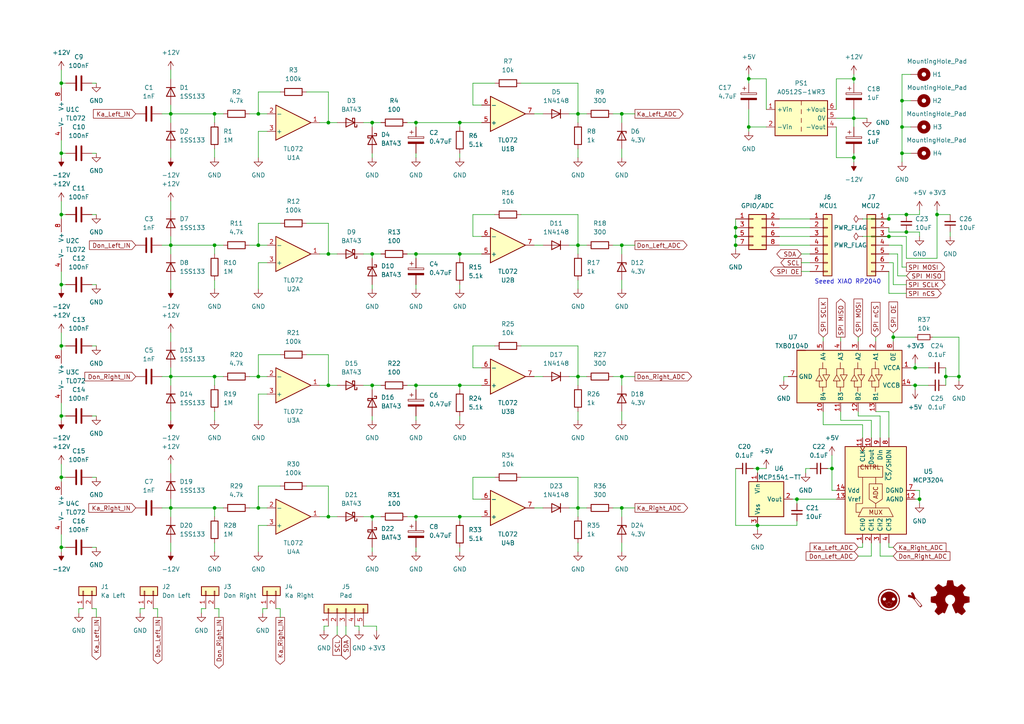
<source format=kicad_sch>
(kicad_sch (version 20230620) (generator eeschema)
  (paper "A4")
  (title_block (title "DonCon2040") (date "2023-07-27") (rev "5") (company "ravinrabbid"))
  (junction (at 120.65 35.56))
  (junction (at 133.35 35.56))
  (junction (at 17.78 100.33))
  (junction (at 17.78 138.43))
  (junction (at 180.34 71.12))
  (junction (at 219.71 152.4))
  (junction (at 62.23 71.12))
  (junction (at 247.65 45.72))
  (junction (at 266.7 144.78))
  (junction (at 95.25 35.56))
  (junction (at 180.34 109.22))
  (junction (at 49.53 109.22))
  (junction (at 271.78 62.23))
  (junction (at 17.78 62.23))
  (junction (at 265.43 111.76))
  (junction (at 120.65 111.76))
  (junction (at 17.78 44.45))
  (junction (at 74.93 109.22))
  (junction (at 257.81 68.58))
  (junction (at 167.64 147.32))
  (junction (at 95.25 73.66))
  (junction (at 107.95 149.86))
  (junction (at 74.93 71.12))
  (junction (at 213.36 66.04))
  (junction (at 261.62 36.83))
  (junction (at 49.53 147.32))
  (junction (at 107.95 35.56))
  (junction (at 133.35 111.76))
  (junction (at 74.93 33.02))
  (junction (at 62.23 147.32))
  (junction (at 217.17 36.83))
  (junction (at 274.32 109.22))
  (junction (at 107.95 111.76))
  (junction (at 167.64 71.12))
  (junction (at 62.23 33.02))
  (junction (at 133.35 149.86))
  (junction (at 120.65 149.86))
  (junction (at 167.64 33.02))
  (junction (at 62.23 109.22))
  (junction (at 74.93 147.32))
  (junction (at 180.34 147.32))
  (junction (at 213.36 71.12))
  (junction (at 265.43 106.68))
  (junction (at 261.62 44.45))
  (junction (at 247.65 34.29))
  (junction (at 133.35 73.66))
  (junction (at 17.78 24.13))
  (junction (at 259.08 97.79))
  (junction (at 49.53 33.02))
  (junction (at 217.17 22.86))
  (junction (at 262.89 62.23))
  (junction (at 95.25 111.76))
  (junction (at 17.78 158.75))
  (junction (at 17.78 120.65))
  (junction (at 261.62 29.21))
  (junction (at 120.65 73.66))
  (junction (at 278.13 109.22))
  (junction (at 167.64 109.22))
  (junction (at 219.71 135.89))
  (junction (at 262.89 67.31))
  (junction (at 107.95 73.66))
  (junction (at 95.25 149.86))
  (junction (at 17.78 82.55))
  (junction (at 231.14 144.78))
  (junction (at 213.36 68.58))
  (junction (at 247.65 22.86))
  (junction (at 180.34 33.02))
  (junction (at 241.3 135.89))
  (junction (at 257.81 63.5))
  (junction (at 49.53 71.12))
  (wire (pts (xy 264.16 106.68) (xy 265.43 106.68)))
  (wire (pts (xy 107.95 35.56) (xy 110.49 35.56)))
  (wire (pts (xy 242.57 34.29) (xy 247.65 34.29)))
  (wire (pts (xy 92.71 73.66) (xy 95.25 73.66)))
  (wire (pts (xy 151.13 24.13) (xy 167.64 24.13)))
  (wire (pts (xy 248.92 161.29) (xy 252.73 161.29)))
  (wire (pts (xy 58.42 176.53) (xy 59.69 176.53)))
  (wire (pts (xy 257.81 73.66) (xy 260.35 73.66)))
  (wire (pts (xy 250.19 68.58) (xy 257.81 68.58)))
  (wire (pts (xy 49.53 71.12) (xy 49.53 73.66)))
  (wire (pts (xy 262.89 74.93) (xy 271.78 74.93)))
  (wire (pts (xy 26.67 82.55) (xy 27.94 82.55)))
  (wire (pts (xy 17.78 100.33) (xy 17.78 101.6)))
  (wire (pts (xy 167.64 109.22) (xy 165.1 109.22)))
  (wire (pts (xy 81.28 26.67) (xy 74.93 26.67)))
  (wire (pts (xy 49.53 147.32) (xy 62.23 147.32)))
  (wire (pts (xy 167.64 33.02) (xy 165.1 33.02)))
  (wire (pts (xy 180.34 119.38) (xy 180.34 121.92)))
  (wire (pts (xy 46.99 33.02) (xy 49.53 33.02)))
  (wire (pts (xy 107.95 111.76) (xy 110.49 111.76)))
  (wire (pts (xy 95.25 102.87) (xy 88.9 102.87)))
  (wire (pts (xy 26.67 24.13) (xy 27.94 24.13)))
  (wire (pts (xy 257.81 78.74) (xy 257.81 85.09)))
  (wire (pts (xy 167.64 33.02) (xy 170.18 33.02)))
  (wire (pts (xy 72.39 147.32) (xy 74.93 147.32)))
  (wire (pts (xy 255.27 120.65) (xy 255.27 127)))
  (wire (pts (xy 17.78 138.43) (xy 19.05 138.43)))
  (wire (pts (xy 234.95 135.89) (xy 233.68 135.89)))
  (wire (pts (xy 17.78 96.52) (xy 17.78 100.33)))
  (wire (pts (xy 264.16 111.76) (xy 265.43 111.76)))
  (wire (pts (xy 49.53 147.32) (xy 49.53 149.86)))
  (wire (pts (xy 95.25 140.97) (xy 88.9 140.97)))
  (wire (pts (xy 247.65 22.86) (xy 247.65 24.13)))
  (wire (pts (xy 241.3 135.89) (xy 241.3 142.24)))
  (wire (pts (xy 74.93 76.2) (xy 74.93 83.82)))
  (wire (pts (xy 257.81 63.5) (xy 257.81 62.23)))
  (wire (pts (xy 254 119.38) (xy 257.81 119.38)))
  (wire (pts (xy 226.06 63.5) (xy 234.95 63.5)))
  (wire (pts (xy 49.53 109.22) (xy 49.53 111.76)))
  (wire (pts (xy 120.65 82.55) (xy 120.65 83.82)))
  (wire (pts (xy 167.64 147.32) (xy 165.1 147.32)))
  (wire (pts (xy 74.93 114.3) (xy 77.47 114.3)))
  (wire (pts (xy 107.95 73.66) (xy 110.49 73.66)))
  (wire (pts (xy 167.64 100.33) (xy 167.64 109.22)))
  (wire (pts (xy 242.57 36.83) (xy 242.57 45.72)))
  (wire (pts (xy 274.32 109.22) (xy 274.32 111.76)))
  (wire (pts (xy 242.57 22.86) (xy 247.65 22.86)))
  (wire (pts (xy 226.06 66.04) (xy 234.95 66.04)))
  (wire (pts (xy 26.67 158.75) (xy 27.94 158.75)))
  (wire (pts (xy 247.65 34.29) (xy 251.46 34.29)))
  (wire (pts (xy 266.7 67.31) (xy 266.7 68.58)))
  (wire (pts (xy 275.59 68.58) (xy 275.59 67.31)))
  (wire (pts (xy 219.71 135.89) (xy 219.71 137.16)))
  (wire (pts (xy 217.17 21.59) (xy 217.17 22.86)))
  (wire (pts (xy 120.65 35.56) (xy 120.65 36.83)))
  (wire (pts (xy 49.53 119.38) (xy 49.53 121.92)))
  (wire (pts (xy 72.39 33.02) (xy 74.93 33.02)))
  (wire (pts (xy 17.78 154.94) (xy 17.78 158.75)))
  (wire (pts (xy 133.35 149.86) (xy 133.35 151.13)))
  (wire (pts (xy 217.17 22.86) (xy 222.25 22.86)))
  (wire (pts (xy 62.23 71.12) (xy 62.23 73.66)))
  (wire (pts (xy 259.08 96.52) (xy 259.08 97.79)))
  (wire (pts (xy 107.95 158.75) (xy 107.95 160.02)))
  (wire (pts (xy 262.89 62.23) (xy 266.7 62.23)))
  (wire (pts (xy 137.16 100.33) (xy 137.16 106.68)))
  (wire (pts (xy 97.79 181.61) (xy 97.79 184.15)))
  (wire (pts (xy 22.86 177.8) (xy 22.86 176.53)))
  (wire (pts (xy 213.36 63.5) (xy 213.36 66.04)))
  (wire (pts (xy 219.71 152.4) (xy 231.14 152.4)))
  (wire (pts (xy 250.19 63.5) (xy 257.81 63.5)))
  (wire (pts (xy 229.87 144.78) (xy 231.14 144.78)))
  (wire (pts (xy 95.25 35.56) (xy 97.79 35.56)))
  (wire (pts (xy 231.14 144.78) (xy 242.57 144.78)))
  (wire (pts (xy 226.06 71.12) (xy 234.95 71.12)))
  (wire (pts (xy 74.93 64.77) (xy 74.93 71.12)))
  (wire (pts (xy 278.13 97.79) (xy 278.13 109.22)))
  (wire (pts (xy 74.93 76.2) (xy 77.47 76.2)))
  (wire (pts (xy 180.34 109.22) (xy 184.15 109.22)))
  (wire (pts (xy 250.19 158.75) (xy 250.19 157.48)))
  (wire (pts (xy 180.34 81.28) (xy 180.34 83.82)))
  (wire (pts (xy 40.64 176.53) (xy 41.91 176.53)))
  (wire (pts (xy 167.64 71.12) (xy 167.64 73.66)))
  (wire (pts (xy 255.27 157.48) (xy 255.27 161.29)))
  (wire (pts (xy 95.25 73.66) (xy 95.25 64.77)))
  (wire (pts (xy 167.64 138.43) (xy 167.64 147.32)))
  (wire (pts (xy 40.64 177.8) (xy 40.64 176.53)))
  (wire (pts (xy 238.76 123.19) (xy 250.19 123.19)))
  (wire (pts (xy 243.84 121.92) (xy 252.73 121.92)))
  (wire (pts (xy 217.17 36.83) (xy 222.25 36.83)))
  (wire (pts (xy 133.35 73.66) (xy 139.7 73.66)))
  (wire (pts (xy 257.81 119.38) (xy 257.81 127)))
  (wire (pts (xy 81.28 102.87) (xy 74.93 102.87)))
  (wire (pts (xy 137.16 30.48) (xy 139.7 30.48)))
  (wire (pts (xy 63.5 179.07) (xy 63.5 176.53)))
  (wire (pts (xy 45.72 176.53) (xy 44.45 176.53)))
  (wire (pts (xy 257.81 76.2) (xy 259.08 76.2)))
  (wire (pts (xy 271.78 62.23) (xy 271.78 60.96)))
  (wire (pts (xy 17.78 100.33) (xy 19.05 100.33)))
  (wire (pts (xy 49.53 134.62) (xy 49.53 137.16)))
  (wire (pts (xy 133.35 35.56) (xy 133.35 36.83)))
  (wire (pts (xy 154.94 147.32) (xy 157.48 147.32)))
  (wire (pts (xy 74.93 38.1) (xy 74.93 45.72)))
  (wire (pts (xy 243.84 119.38) (xy 243.84 121.92)))
  (wire (pts (xy 265.43 111.76) (xy 269.24 111.76)))
  (wire (pts (xy 17.78 116.84) (xy 17.78 120.65)))
  (wire (pts (xy 133.35 149.86) (xy 139.7 149.86)))
  (wire (pts (xy 62.23 43.18) (xy 62.23 45.72)))
  (wire (pts (xy 217.17 31.75) (xy 217.17 36.83)))
  (wire (pts (xy 177.8 33.02) (xy 180.34 33.02)))
  (wire (pts (xy 137.16 106.68) (xy 139.7 106.68)))
  (wire (pts (xy 109.22 181.61) (xy 105.41 181.61)))
  (wire (pts (xy 76.2 176.53) (xy 77.47 176.53)))
  (wire (pts (xy 233.68 135.89) (xy 233.68 137.16)))
  (wire (pts (xy 266.7 144.78) (xy 266.7 146.05)))
  (wire (pts (xy 213.36 68.58) (xy 213.36 71.12)))
  (wire (pts (xy 120.65 73.66) (xy 120.65 74.93)))
  (wire (pts (xy 17.78 20.32) (xy 17.78 24.13)))
  (wire (pts (xy 257.81 85.09) (xy 262.89 85.09)))
  (wire (pts (xy 133.35 111.76) (xy 133.35 113.03)))
  (wire (pts (xy 257.81 158.75) (xy 257.81 157.48)))
  (wire (pts (xy 49.53 33.02) (xy 49.53 35.56)))
  (wire (pts (xy 261.62 44.45) (xy 261.62 46.99)))
  (wire (pts (xy 133.35 73.66) (xy 133.35 74.93)))
  (wire (pts (xy 270.51 97.79) (xy 278.13 97.79)))
  (wire (pts (xy 74.93 38.1) (xy 77.47 38.1)))
  (wire (pts (xy 120.65 35.56) (xy 133.35 35.56)))
  (wire (pts (xy 74.93 140.97) (xy 74.93 147.32)))
  (wire (pts (xy 243.84 97.79) (xy 243.84 99.06)))
  (wire (pts (xy 143.51 138.43) (xy 137.16 138.43)))
  (wire (pts (xy 58.42 177.8) (xy 58.42 176.53)))
  (wire (pts (xy 105.41 149.86) (xy 107.95 149.86)))
  (wire (pts (xy 167.64 119.38) (xy 167.64 121.92)))
  (wire (pts (xy 95.25 111.76) (xy 97.79 111.76)))
  (wire (pts (xy 120.65 44.45) (xy 120.65 45.72)))
  (wire (pts (xy 72.39 109.22) (xy 74.93 109.22)))
  (wire (pts (xy 17.78 40.64) (xy 17.78 44.45)))
  (wire (pts (xy 180.34 157.48) (xy 180.34 160.02)))
  (wire (pts (xy 232.41 78.74) (xy 234.95 78.74)))
  (wire (pts (xy 151.13 138.43) (xy 167.64 138.43)))
  (wire (pts (xy 22.86 176.53) (xy 24.13 176.53)))
  (wire (pts (xy 62.23 109.22) (xy 62.23 111.76)))
  (wire (pts (xy 17.78 44.45) (xy 19.05 44.45)))
  (wire (pts (xy 265.43 142.24) (xy 266.7 142.24)))
  (wire (pts (xy 180.34 147.32) (xy 184.15 147.32)))
  (wire (pts (xy 17.78 138.43) (xy 17.78 139.7)))
  (wire (pts (xy 49.53 68.58) (xy 49.53 71.12)))
  (wire (pts (xy 95.25 26.67) (xy 88.9 26.67)))
  (wire (pts (xy 26.67 138.43) (xy 27.94 138.43)))
  (wire (pts (xy 231.14 151.13) (xy 231.14 152.4)))
  (wire (pts (xy 222.25 22.86) (xy 222.25 31.75)))
  (wire (pts (xy 137.16 62.23) (xy 137.16 68.58)))
  (wire (pts (xy 167.64 109.22) (xy 167.64 111.76)))
  (wire (pts (xy 107.95 73.66) (xy 107.95 74.93)))
  (wire (pts (xy 177.8 147.32) (xy 180.34 147.32)))
  (wire (pts (xy 262.89 68.58) (xy 262.89 74.93)))
  (wire (pts (xy 226.06 68.58) (xy 234.95 68.58)))
  (wire (pts (xy 180.34 147.32) (xy 180.34 149.86)))
  (wire (pts (xy 81.28 64.77) (xy 74.93 64.77)))
  (wire (pts (xy 26.67 100.33) (xy 27.94 100.33)))
  (wire (pts (xy 242.57 31.75) (xy 242.57 22.86)))
  (wire (pts (xy 109.22 181.61) (xy 109.22 182.88)))
  (wire (pts (xy 74.93 33.02) (xy 77.47 33.02)))
  (wire (pts (xy 271.78 62.23) (xy 275.59 62.23)))
  (wire (pts (xy 261.62 29.21) (xy 264.16 29.21)))
  (wire (pts (xy 74.93 102.87) (xy 74.93 109.22)))
  (wire (pts (xy 107.95 149.86) (xy 107.95 151.13)))
  (wire (pts (xy 137.16 138.43) (xy 137.16 144.78)))
  (wire (pts (xy 133.35 35.56) (xy 139.7 35.56)))
  (wire (pts (xy 107.95 82.55) (xy 107.95 83.82)))
  (wire (pts (xy 95.25 149.86) (xy 95.25 140.97)))
  (wire (pts (xy 49.53 144.78) (xy 49.53 147.32)))
  (wire (pts (xy 62.23 157.48) (xy 62.23 160.02)))
  (wire (pts (xy 81.28 140.97) (xy 74.93 140.97)))
  (wire (pts (xy 167.64 157.48) (xy 167.64 160.02)))
  (wire (pts (xy 62.23 33.02) (xy 49.53 33.02)))
  (wire (pts (xy 49.53 58.42) (xy 49.53 60.96)))
  (wire (pts (xy 102.87 181.61) (xy 104.14 181.61)))
  (wire (pts (xy 107.95 111.76) (xy 107.95 113.03)))
  (wire (pts (xy 261.62 77.47) (xy 262.89 77.47)))
  (wire (pts (xy 259.08 82.55) (xy 262.89 82.55)))
  (wire (pts (xy 180.34 43.18) (xy 180.34 45.72)))
  (wire (pts (xy 260.35 73.66) (xy 260.35 80.01)))
  (wire (pts (xy 104.14 181.61) (xy 104.14 182.88)))
  (wire (pts (xy 167.64 24.13) (xy 167.64 33.02)))
  (wire (pts (xy 17.78 158.75) (xy 17.78 160.02)))
  (wire (pts (xy 49.53 81.28) (xy 49.53 83.82)))
  (wire (pts (xy 17.78 134.62) (xy 17.78 138.43)))
  (wire (pts (xy 46.99 147.32) (xy 49.53 147.32)))
  (wire (pts (xy 213.36 135.89) (xy 213.36 152.4)))
  (wire (pts (xy 248.92 119.38) (xy 248.92 120.65)))
  (wire (pts (xy 252.73 121.92) (xy 252.73 127)))
  (wire (pts (xy 151.13 100.33) (xy 167.64 100.33)))
  (wire (pts (xy 64.77 109.22) (xy 62.23 109.22)))
  (wire (pts (xy 213.36 152.4) (xy 219.71 152.4)))
  (wire (pts (xy 62.23 109.22) (xy 49.53 109.22)))
  (wire (pts (xy 255.27 161.29) (xy 259.08 161.29)))
  (wire (pts (xy 133.35 82.55) (xy 133.35 83.82)))
  (wire (pts (xy 180.34 71.12) (xy 184.15 71.12)))
  (wire (pts (xy 27.94 176.53) (xy 26.67 176.53)))
  (wire (pts (xy 74.93 114.3) (xy 74.93 121.92)))
  (wire (pts (xy 17.78 78.74) (xy 17.78 82.55)))
  (wire (pts (xy 222.25 135.89) (xy 219.71 135.89)))
  (wire (pts (xy 81.28 179.07) (xy 81.28 176.53)))
  (wire (pts (xy 118.11 35.56) (xy 120.65 35.56)))
  (wire (pts (xy 120.65 149.86) (xy 133.35 149.86)))
  (wire (pts (xy 107.95 120.65) (xy 107.95 121.92)))
  (wire (pts (xy 247.65 34.29) (xy 247.65 36.83)))
  (wire (pts (xy 248.92 120.65) (xy 255.27 120.65)))
  (wire (pts (xy 260.35 80.01) (xy 262.89 80.01)))
  (wire (pts (xy 118.11 111.76) (xy 120.65 111.76)))
  (wire (pts (xy 265.43 111.76) (xy 265.43 113.03)))
  (wire (pts (xy 105.41 111.76) (xy 107.95 111.76)))
  (wire (pts (xy 107.95 149.86) (xy 110.49 149.86)))
  (wire (pts (xy 26.67 62.23) (xy 27.94 62.23)))
  (wire (pts (xy 167.64 81.28) (xy 167.64 83.82)))
  (wire (pts (xy 133.35 158.75) (xy 133.35 160.02)))
  (wire (pts (xy 271.78 74.93) (xy 271.78 62.23)))
  (wire (pts (xy 92.71 111.76) (xy 95.25 111.76)))
  (wire (pts (xy 26.67 120.65) (xy 27.94 120.65)))
  (wire (pts (xy 261.62 36.83) (xy 261.62 44.45)))
  (wire (pts (xy 17.78 62.23) (xy 19.05 62.23)))
  (wire (pts (xy 120.65 111.76) (xy 120.65 113.03)))
  (wire (pts (xy 265.43 106.68) (xy 269.24 106.68)))
  (wire (pts (xy 49.53 157.48) (xy 49.53 160.02)))
  (wire (pts (xy 62.23 147.32) (xy 62.23 149.86)))
  (wire (pts (xy 250.19 123.19) (xy 250.19 127)))
  (wire (pts (xy 167.64 109.22) (xy 170.18 109.22)))
  (wire (pts (xy 265.43 105.41) (xy 265.43 106.68)))
  (wire (pts (xy 17.78 58.42) (xy 17.78 62.23)))
  (wire (pts (xy 238.76 119.38) (xy 238.76 123.19)))
  (wire (pts (xy 81.28 176.53) (xy 80.01 176.53)))
  (wire (pts (xy 17.78 44.45) (xy 17.78 45.72)))
  (wire (pts (xy 154.94 71.12) (xy 157.48 71.12)))
  (wire (pts (xy 133.35 44.45) (xy 133.35 45.72)))
  (wire (pts (xy 261.62 36.83) (xy 264.16 36.83)))
  (wire (pts (xy 74.93 71.12) (xy 77.47 71.12)))
  (wire (pts (xy 247.65 45.72) (xy 247.65 46.99)))
  (wire (pts (xy 120.65 158.75) (xy 120.65 160.02)))
  (wire (pts (xy 257.81 62.23) (xy 262.89 62.23)))
  (wire (pts (xy 49.53 20.32) (xy 49.53 22.86)))
  (wire (pts (xy 120.65 120.65) (xy 120.65 121.92)))
  (wire (pts (xy 259.08 97.79) (xy 259.08 99.06)))
  (wire (pts (xy 62.23 119.38) (xy 62.23 121.92)))
  (wire (pts (xy 17.78 82.55) (xy 19.05 82.55)))
  (wire (pts (xy 219.71 152.4) (xy 219.71 153.67)))
  (wire (pts (xy 154.94 33.02) (xy 157.48 33.02)))
  (wire (pts (xy 46.99 109.22) (xy 49.53 109.22)))
  (wire (pts (xy 238.76 97.79) (xy 238.76 99.06)))
  (wire (pts (xy 93.98 181.61) (xy 93.98 182.88)))
  (wire (pts (xy 74.93 152.4) (xy 77.47 152.4)))
  (wire (pts (xy 95.25 111.76) (xy 95.25 102.87)))
  (wire (pts (xy 72.39 71.12) (xy 74.93 71.12)))
  (wire (pts (xy 218.44 135.89) (xy 219.71 135.89)))
  (wire (pts (xy 261.62 21.59) (xy 261.62 29.21)))
  (wire (pts (xy 49.53 96.52) (xy 49.53 99.06)))
  (wire (pts (xy 105.41 35.56) (xy 107.95 35.56)))
  (wire (pts (xy 252.73 161.29) (xy 252.73 157.48)))
  (wire (pts (xy 76.2 177.8) (xy 76.2 176.53)))
  (wire (pts (xy 17.78 82.55) (xy 17.78 83.82)))
  (wire (pts (xy 234.95 76.2) (xy 232.41 76.2)))
  (wire (pts (xy 63.5 176.53) (xy 62.23 176.53)))
  (wire (pts (xy 143.51 62.23) (xy 137.16 62.23)))
  (wire (pts (xy 177.8 109.22) (xy 180.34 109.22)))
  (wire (pts (xy 17.78 24.13) (xy 17.78 25.4)))
  (wire (pts (xy 167.64 71.12) (xy 170.18 71.12)))
  (wire (pts (xy 92.71 149.86) (xy 95.25 149.86)))
  (wire (pts (xy 95.25 149.86) (xy 97.79 149.86)))
  (wire (pts (xy 74.93 147.32) (xy 77.47 147.32)))
  (wire (pts (xy 100.33 181.61) (xy 100.33 184.15)))
  (wire (pts (xy 180.34 71.12) (xy 180.34 73.66)))
  (wire (pts (xy 46.99 71.12) (xy 49.53 71.12)))
  (wire (pts (xy 17.78 24.13) (xy 19.05 24.13)))
  (wire (pts (xy 74.93 109.22) (xy 77.47 109.22)))
  (wire (pts (xy 257.81 67.31) (xy 262.89 67.31)))
  (wire (pts (xy 17.78 62.23) (xy 17.78 63.5)))
  (wire (pts (xy 180.34 33.02) (xy 180.34 35.56)))
  (wire (pts (xy 49.53 43.18) (xy 49.53 45.72)))
  (wire (pts (xy 247.65 21.59) (xy 247.65 22.86)))
  (wire (pts (xy 95.25 181.61) (xy 93.98 181.61)))
  (wire (pts (xy 107.95 35.56) (xy 107.95 36.83)))
  (wire (pts (xy 213.36 66.04) (xy 213.36 68.58)))
  (wire (pts (xy 120.65 149.86) (xy 120.65 151.13)))
  (wire (pts (xy 17.78 120.65) (xy 19.05 120.65)))
  (wire (pts (xy 265.43 144.78) (xy 266.7 144.78)))
  (wire (pts (xy 257.81 71.12) (xy 261.62 71.12)))
  (wire (pts (xy 137.16 144.78) (xy 139.7 144.78)))
  (wire (pts (xy 167.64 62.23) (xy 167.64 71.12)))
  (wire (pts (xy 151.13 62.23) (xy 167.64 62.23)))
  (wire (pts (xy 120.65 111.76) (xy 133.35 111.76)))
  (wire (pts (xy 95.25 35.56) (xy 95.25 26.67)))
  (wire (pts (xy 217.17 38.1) (xy 217.17 36.83)))
  (wire (pts (xy 95.25 73.66) (xy 97.79 73.66)))
  (wire (pts (xy 133.35 111.76) (xy 139.7 111.76)))
  (wire (pts (xy 241.3 142.24) (xy 242.57 142.24)))
  (wire (pts (xy 278.13 109.22) (xy 274.32 109.22)))
  (wire (pts (xy 74.93 26.67) (xy 74.93 33.02)))
  (wire (pts (xy 74.93 152.4) (xy 74.93 160.02)))
  (wire (pts (xy 261.62 71.12) (xy 261.62 77.47)))
  (wire (pts (xy 227.33 109.22) (xy 228.6 109.22)))
  (wire (pts (xy 49.53 30.48) (xy 49.53 33.02)))
  (wire (pts (xy 261.62 29.21) (xy 261.62 36.83)))
  (wire (pts (xy 120.65 73.66) (xy 133.35 73.66)))
  (wire (pts (xy 167.64 147.32) (xy 167.64 149.86)))
  (wire (pts (xy 254 97.79) (xy 254 99.06)))
  (wire (pts (xy 167.64 43.18) (xy 167.64 45.72)))
  (wire (pts (xy 274.32 106.68) (xy 274.32 109.22)))
  (wire (pts (xy 240.03 135.89) (xy 241.3 135.89)))
  (wire (pts (xy 177.8 71.12) (xy 180.34 71.12)))
  (wire (pts (xy 248.92 97.79) (xy 248.92 99.06)))
  (wire (pts (xy 247.65 45.72) (xy 247.65 44.45)))
  (wire (pts (xy 62.23 71.12) (xy 49.53 71.12)))
  (wire (pts (xy 133.35 120.65) (xy 133.35 121.92)))
  (wire (pts (xy 257.81 66.04) (xy 257.81 67.31)))
  (wire (pts (xy 64.77 33.02) (xy 62.23 33.02)))
  (wire (pts (xy 278.13 110.49) (xy 278.13 109.22)))
  (wire (pts (xy 137.16 24.13) (xy 137.16 30.48)))
  (wire (pts (xy 242.57 45.72) (xy 247.65 45.72)))
  (wire (pts (xy 261.62 21.59) (xy 264.16 21.59)))
  (wire (pts (xy 64.77 71.12) (xy 62.23 71.12)))
  (wire (pts (xy 17.78 120.65) (xy 17.78 121.92)))
  (wire (pts (xy 95.25 64.77) (xy 88.9 64.77)))
  (wire (pts (xy 45.72 179.07) (xy 45.72 176.53)))
  (wire (pts (xy 105.41 73.66) (xy 107.95 73.66)))
  (wire (pts (xy 261.62 44.45) (xy 264.16 44.45)))
  (wire (pts (xy 143.51 100.33) (xy 137.16 100.33)))
  (wire (pts (xy 266.7 142.24) (xy 266.7 144.78)))
  (wire (pts (xy 26.67 44.45) (xy 27.94 44.45)))
  (wire (pts (xy 167.64 71.12) (xy 165.1 71.12)))
  (wire (pts (xy 27.94 179.07) (xy 27.94 176.53)))
  (wire (pts (xy 232.41 73.66) (xy 234.95 73.66)))
  (wire (pts (xy 154.94 109.22) (xy 157.48 109.22)))
  (wire (pts (xy 262.89 67.31) (xy 266.7 67.31)))
  (wire (pts (xy 241.3 132.08) (xy 241.3 135.89)))
  (wire (pts (xy 107.95 44.45) (xy 107.95 45.72)))
  (wire (pts (xy 167.64 33.02) (xy 167.64 35.56)))
  (wire (pts (xy 167.64 147.32) (xy 170.18 147.32)))
  (wire (pts (xy 62.23 33.02) (xy 62.23 35.56)))
  (wire (pts (xy 217.17 22.86) (xy 217.17 24.13)))
  (wire (pts (xy 118.11 149.86) (xy 120.65 149.86)))
  (wire (pts (xy 17.78 158.75) (xy 19.05 158.75)))
  (wire (pts (xy 92.71 35.56) (xy 95.25 35.56)))
  (wire (pts (xy 180.34 33.02) (xy 184.15 33.02)))
  (wire (pts (xy 266.7 62.23) (xy 266.7 60.96)))
  (wire (pts (xy 64.77 147.32) (xy 62.23 147.32)))
  (wire (pts (xy 213.36 71.12) (xy 213.36 72.39)))
  (wire (pts (xy 180.34 109.22) (xy 180.34 111.76)))
  (wire (pts (xy 137.16 68.58) (xy 139.7 68.58)))
  (wire (pts (xy 231.14 144.78) (xy 231.14 146.05)))
  (wire (pts (xy 227.33 109.22) (xy 227.33 110.49)))
  (wire (pts (xy 257.81 68.58) (xy 262.89 68.58)))
  (wire (pts (xy 250.19 158.75) (xy 248.92 158.75)))
  (wire (pts (xy 143.51 24.13) (xy 137.16 24.13)))
  (wire (pts (xy 118.11 73.66) (xy 120.65 73.66)))
  (wire (pts (xy 62.23 81.28) (xy 62.23 83.82)))
  (wire (pts (xy 49.53 106.68) (xy 49.53 109.22)))
  (wire (pts (xy 247.65 31.75) (xy 247.65 34.29)))
  (wire (pts (xy 259.08 97.79) (xy 265.43 97.79)))
  (wire (pts (xy 257.81 158.75) (xy 259.08 158.75)))
  (wire (pts (xy 259.08 76.2) (xy 259.08 82.55)))
  (text "Seeed XIAO RP2040" (exclude_from_sim yes) (at 236.22 82.55 0) (effects (font (size 1.27 1.27)) (justify left bottom)))
  (global_label "Ka_Right_ADC" (shape input) (at 259.08 158.75 0) (property "Intersheetrefs" "${INTERSHEET_REFS}" (effects hide)))
  (global_label "Don_Right_ADC" (shape input) (at 259.08 161.29 0) (property "Intersheetrefs" "${INTERSHEET_REFS}" (effects hide)))
  (global_label "SPI nCS" (shape input) (at 254 97.79 90) (property "Intersheetrefs" "${INTERSHEET_REFS}" (effects hide)))
  (global_label "SPI OE" (shape input) (at 259.08 96.52 90) (property "Intersheetrefs" "${INTERSHEET_REFS}" (effects hide)))
  (global_label "Don_Right_IN" (shape output) (at 63.5 179.07 270) (property "Intersheetrefs" "${INTERSHEET_REFS}" (effects hide)))
  (global_label "SPI MISO" (shape input) (at 262.89 80.01 0) (property "Intersheetrefs" "${INTERSHEET_REFS}" (effects hide)))
  (global_label "SDA" (shape bidirectional) (at 232.41 73.66 180) (property "Intersheetrefs" "${INTERSHEET_REFS}" (effects hide)))
  (global_label "Don_Left_IN" (shape output) (at 45.72 179.07 270) (property "Intersheetrefs" "${INTERSHEET_REFS}" (effects hide)))
  (global_label "Don_Left_ADC" (shape input) (at 248.92 161.29 180) (property "Intersheetrefs" "${INTERSHEET_REFS}" (effects hide)))
  (global_label "Ka_Right_IN" (shape input) (at 39.37 147.32 180) (property "Intersheetrefs" "${INTERSHEET_REFS}" (effects hide)))
  (global_label "SPI MOSI" (shape input) (at 248.92 97.79 90) (property "Intersheetrefs" "${INTERSHEET_REFS}" (effects hide)))
  (global_label "Ka_Right_IN" (shape output) (at 81.28 179.07 270) (property "Intersheetrefs" "${INTERSHEET_REFS}" (effects hide)))
  (global_label "SPI SCLK" (shape output) (at 262.89 82.55 0) (property "Intersheetrefs" "${INTERSHEET_REFS}" (effects hide)))
  (global_label "SPI MISO" (shape output) (at 243.84 97.79 90) (property "Intersheetrefs" "${INTERSHEET_REFS}" (effects hide)))
  (global_label "Ka_Left_ADC" (shape input) (at 248.92 158.75 180) (property "Intersheetrefs" "${INTERSHEET_REFS}" (effects hide)))
  (global_label "Don_Left_ADC" (shape output) (at 184.15 71.12 0) (property "Intersheetrefs" "${INTERSHEET_REFS}" (effects hide)))
  (global_label "SPI OE" (shape output) (at 232.41 78.74 180) (property "Intersheetrefs" "${INTERSHEET_REFS}" (effects hide)))
  (global_label "Don_Right_ADC" (shape output) (at 184.15 109.22 0) (property "Intersheetrefs" "${INTERSHEET_REFS}" (effects hide)))
  (global_label "Don_Left_IN" (shape input) (at 39.37 71.12 180) (property "Intersheetrefs" "${INTERSHEET_REFS}" (effects hide)))
  (global_label "Ka_Left_IN" (shape output) (at 27.94 179.07 270) (property "Intersheetrefs" "${INTERSHEET_REFS}" (effects hide)))
  (global_label "SDA" (shape bidirectional) (at 100.33 184.15 270) (property "Intersheetrefs" "${INTERSHEET_REFS}" (effects hide)))
  (global_label "Ka_Left_ADC" (shape output) (at 184.15 33.02 0) (property "Intersheetrefs" "${INTERSHEET_REFS}" (effects hide)))
  (global_label "Ka_Right_ADC" (shape output) (at 184.15 147.32 0) (property "Intersheetrefs" "${INTERSHEET_REFS}" (effects hide)))
  (global_label "SPI SCLK" (shape input) (at 238.76 97.79 90) (property "Intersheetrefs" "${INTERSHEET_REFS}" (effects hide)))
  (global_label "Ka_Left_IN" (shape input) (at 39.37 33.02 180) (property "Intersheetrefs" "${INTERSHEET_REFS}" (effects hide)))
  (global_label "SCL" (shape output) (at 232.41 76.2 180) (property "Intersheetrefs" "${INTERSHEET_REFS}" (effects hide)))
  (global_label "SPI MOSI" (shape output) (at 262.89 77.47 0) (property "Intersheetrefs" "${INTERSHEET_REFS}" (effects hide)))
  (global_label "SCL" (shape input) (at 97.79 184.15 270) (property "Intersheetrefs" "${INTERSHEET_REFS}" (effects hide)))
  (global_label "Don_Right_IN" (shape input) (at 39.37 109.22 180) (property "Intersheetrefs" "${INTERSHEET_REFS}" (effects hide)))
  (global_label "SPI nCS" (shape output) (at 262.89 85.09 0) (property "Intersheetrefs" "${INTERSHEET_REFS}" (effects hide)))
  (symbol (lib_id "power:GND") (at 233.68 137.16 0) (unit 1)
    (property "Reference" "#PWR079" (effects hide))
    (property "Value" "GND" (at 233.68 142.24 0))
  )
  (symbol (lib_id "power:GND") (at 180.34 83.82 0) (unit 1)
    (property "Reference" "#PWR022" (effects hide))
    (property "Value" "GND" (at 180.34 88.9 0))
  )
  (symbol (lib_id "Diode:1N4148") (at 49.53 102.87 270) (unit 1)
    (property "Reference" "D13" (at 52.07 101.6 90) (effects (justify left)))
    (property "Value" "1SS133" (at 52.07 104.14 90) (effects (justify left)))
    (property "Footprint" "Diode_THT:D_DO-35_SOD27_P7.62mm_Horizontal" (effects hide))
    (property "Datasheet" "https://assets.nexperia.com/documents/data-sheet/1N4148_1N4448.pdf" (effects hide))
    (property "Sim.Device" "D" (effects hide))
    (property "Sim.Pins" "1=K 2=A" (effects hide))
  )
  (symbol (lib_id "power:GND") (at 266.7 68.58 0) (unit 1)
    (property "Reference" "#PWR061" (effects hide))
    (property "Value" "GND" (at 266.7 73.66 0))
  )
  (symbol (lib_id "Mechanical:MountingHole_Pad") (at 266.7 29.21 270) (unit 1)
    (property "Reference" "H2" (at 271.78 29.21 90))
    (property "Value" "MountingHole_Pad" (at 271.78 25.4 90))
    (property "Footprint" "MountingHole:MountingHole_4.5mm_Pad_TopOnly" (effects hide))
  )
  (symbol (lib_id "Device:R") (at 167.64 39.37 180) (unit 1)
    (property "Reference" "R8" (at 170.18 38.1 0) (effects (justify right)))
    (property "Value" "1k" (at 170.18 40.64 0) (effects (justify right)))
    (property "Footprint" "Resistor_THT:R_Axial_DIN0207_L6.3mm_D2.5mm_P7.62mm_Horizontal" (effects hide))
  )
  (symbol (lib_id "power:GND") (at 180.34 45.72 0) (unit 1)
    (property "Reference" "#PWR011" (effects hide))
    (property "Value" "GND" (at 180.34 50.8 0))
  )
  (symbol (lib_id "power:GND") (at 217.17 38.1 0) (unit 1)
    (property "Reference" "#PWR064" (effects hide))
    (property "Value" "GND" (at 217.17 43.18 0))
  )
  (symbol (lib_id "power:PWR_FLAG") (at 250.19 63.5 90) (unit 1)
    (property "Reference" "#FLG01" (effects hide))
    (property "Value" "PWR_FLAG" (at 251.46 66.04 90) (effects (justify left)))
  )
  (symbol (lib_id "CustomLogos:Leek") (at 265.43 173.99 0) (unit 1) (in_bom no) (on_board no)
    (property "Reference" "#SYM3" (effects hide))
    (property "Value" "Leek" (effects hide))
    (property "Sim.Enable" "0" (effects hide))
  )
  (symbol (lib_id "power:+12V") (at 49.53 96.52 0) (unit 1)
    (property "Reference" "#PWR025" (effects hide))
    (property "Value" "+12V" (at 49.53 91.44 0))
  )
  (symbol (lib_id "power:GND") (at 120.65 83.82 0) (unit 1)
    (property "Reference" "#PWR019" (effects hide))
    (property "Value" "GND" (at 120.65 88.9 0))
  )
  (symbol (lib_id "power:+3V3") (at 109.22 182.88 180) (unit 1)
    (property "Reference" "#PWR058" (effects hide))
    (property "Value" "+3V3" (at 109.22 187.96 0))
  )
  (symbol (lib_id "power:GND") (at 58.42 177.8 0) (unit 1)
    (property "Reference" "#PWR055" (effects hide))
    (property "Value" "GND" (at 58.42 182.88 0))
  )
  (symbol (lib_id "power:+5V") (at 217.17 21.59 0) (unit 1)
    (property "Reference" "#PWR062" (effects hide))
    (property "Value" "+5V" (at 217.17 16.51 0))
  )
  (symbol (lib_id "Device:R") (at 85.09 26.67 90) (unit 1)
    (property "Reference" "R3" (at 85.09 20.32 90))
    (property "Value" "100k" (at 85.09 22.86 90))
    (property "Footprint" "Resistor_THT:R_Axial_DIN0207_L6.3mm_D2.5mm_P7.62mm_Horizontal" (effects hide))
  )
  (symbol (lib_id "Amplifier_Operational:TL072") (at 147.32 109.22 0) (mirror x) (unit 2)
    (property "Reference" "U3" (at 147.32 119.38 0))
    (property "Value" "TL072" (at 147.32 116.84 0))
    (property "Footprint" "Package_DIP:DIP-8_W7.62mm_Socket" (effects hide))
    (property "Datasheet" "http://www.ti.com/lit/ds/symlink/tl071.pdf" (effects hide))
  )
  (symbol (lib_id "Converter_DCDC:IA0512S") (at 232.41 34.29 0) (unit 1)
    (property "Reference" "PS1" (at 232.41 24.13 0))
    (property "Value" "A0512S-1WR3" (at 232.41 26.67 0))
    (property "Footprint" "Converter_DCDC:Converter_DCDC_XP_POWER-IAxxxxS_THT" (effects hide))
    (property "Datasheet" "https://www.xppower.com/pdfs/SF_IA.pdf" (effects hide))
  )
  (symbol (lib_id "Device:R") (at 173.99 109.22 270) (unit 1)
    (property "Reference" "R27" (at 173.99 102.87 90))
    (property "Value" "300" (at 173.99 105.41 90))
    (property "Footprint" "Resistor_THT:R_Axial_DIN0207_L6.3mm_D2.5mm_P7.62mm_Horizontal" (effects hide))
  )
  (symbol (lib_id "Device:C_Small") (at 271.78 111.76 270) (unit 1)
    (property "Reference" "C25" (at 271.78 115.57 90))
    (property "Value" "0.1uF" (at 271.78 118.11 90))
    (property "Footprint" "Capacitor_SMD:C_0805_2012Metric_Pad1.18x1.45mm_HandSolder" (effects hide))
    (property "Description" "Unpolarized capacitor, small symbol" (effects hide))
  )
  (symbol (lib_id "Amplifier_Operational:TL072") (at 147.32 71.12 0) (mirror x) (unit 2)
    (property "Reference" "U2" (at 147.32 81.28 0))
    (property "Value" "TL072" (at 147.32 78.74 0))
    (property "Footprint" "Package_DIP:DIP-8_W7.62mm_Socket" (effects hide))
    (property "Datasheet" "http://www.ti.com/lit/ds/symlink/tl071.pdf" (effects hide))
  )
  (symbol (lib_id "power:GND") (at 133.35 121.92 0) (unit 1)
    (property "Reference" "#PWR031" (effects hide))
    (property "Value" "GND" (at 133.35 127 0))
  )
  (symbol (lib_id "Diode:1N4148") (at 49.53 77.47 270) (unit 1)
    (property "Reference" "D8" (at 52.07 76.2 90) (effects (justify left)))
    (property "Value" "1SS133" (at 52.07 78.74 90) (effects (justify left)))
    (property "Footprint" "Diode_THT:D_DO-35_SOD27_P7.62mm_Horizontal" (effects hide))
    (property "Datasheet" "https://assets.nexperia.com/documents/data-sheet/1N4148_1N4448.pdf" (effects hide))
    (property "Sim.Device" "D" (effects hide))
    (property "Sim.Pins" "1=K 2=A" (effects hide))
  )
  (symbol (lib_id "Device:R") (at 68.58 71.12 270) (unit 1)
    (property "Reference" "R11" (at 68.58 64.77 90))
    (property "Value" "4.7k" (at 68.58 67.31 90))
    (property "Footprint" "Resistor_THT:R_Axial_DIN0207_L6.3mm_D2.5mm_P7.62mm_Horizontal" (effects hide))
  )
  (symbol (lib_id "power:GND") (at 62.23 160.02 0) (unit 1)
    (property "Reference" "#PWR038" (effects hide))
    (property "Value" "GND" (at 62.23 165.1 0))
  )
  (symbol (lib_id "power:GND") (at 133.35 45.72 0) (unit 1)
    (property "Reference" "#PWR09" (effects hide))
    (property "Value" "GND" (at 133.35 50.8 0))
  )
  (symbol (lib_id "Diode:1N4148") (at 49.53 39.37 270) (unit 1)
    (property "Reference" "D2" (at 52.07 38.1 90) (effects (justify left)))
    (property "Value" "1SS133" (at 52.07 40.64 90) (effects (justify left)))
    (property "Footprint" "Diode_THT:D_DO-35_SOD27_P7.62mm_Horizontal" (effects hide))
    (property "Datasheet" "https://assets.nexperia.com/documents/data-sheet/1N4148_1N4448.pdf" (effects hide))
    (property "Sim.Device" "D" (effects hide))
    (property "Sim.Pins" "1=K 2=A" (effects hide))
  )
  (symbol (lib_id "Device:C_Small") (at 275.59 64.77 180) (unit 1)
    (property "Reference" "C26" (at 278.13 63.4936 0) (effects (justify right)))
    (property "Value" "10uF" (at 278.13 66.0336 0) (effects (justify right)))
    (property "Footprint" "Capacitor_SMD:C_0805_2012Metric_Pad1.18x1.45mm_HandSolder" (effects hide))
    (property "Description" "Unpolarized capacitor, small symbol" (effects hide))
  )
  (symbol (lib_id "power:GND") (at 213.36 72.39 0) (unit 1)
    (property "Reference" "#PWR071" (effects hide))
    (property "Value" "GND" (at 213.36 77.47 0))
  )
  (symbol (lib_id "Device:R") (at 85.09 64.77 90) (unit 1)
    (property "Reference" "R12" (at 85.09 58.42 90))
    (property "Value" "100k" (at 85.09 60.96 90))
    (property "Footprint" "Resistor_THT:R_Axial_DIN0207_L6.3mm_D2.5mm_P7.62mm_Horizontal" (effects hide))
  )
  (symbol (lib_id "Amplifier_Operational:TL072") (at 85.09 149.86 0) (mirror x) (unit 1)
    (property "Reference" "U4" (at 85.09 160.02 0))
    (property "Value" "TL072" (at 85.09 157.48 0))
    (property "Footprint" "Package_DIP:DIP-8_W7.62mm_Socket" (effects hide))
    (property "Datasheet" "http://www.ti.com/lit/ds/symlink/tl071.pdf" (effects hide))
  )
  (symbol (lib_id "Diode:1N4148") (at 161.29 109.22 180) (unit 1)
    (property "Reference" "D17" (at 161.29 102.87 0))
    (property "Value" "1N4148" (at 161.29 105.41 0))
    (property "Footprint" "Diode_THT:D_DO-35_SOD27_P7.62mm_Horizontal" (effects hide))
    (property "Datasheet" "https://assets.nexperia.com/documents/data-sheet/1N4148_1N4448.pdf" (effects hide))
    (property "Sim.Device" "D" (effects hide))
    (property "Sim.Pins" "1=K 2=A" (effects hide))
  )
  (symbol (lib_id "power:GND") (at 62.23 83.82 0) (unit 1)
    (property "Reference" "#PWR016" (effects hide))
    (property "Value" "GND" (at 62.23 88.9 0))
  )
  (symbol (lib_id "Connector_Generic:Conn_01x07") (at 240.03 71.12 0) (unit 1)
    (property "Reference" "J6" (at 238.76 57.15 0) (effects (justify left)))
    (property "Value" "MCU1" (at 237.49 59.69 0) (effects (justify left)))
    (property "Footprint" "Connector_PinSocket_2.54mm:PinSocket_1x07_P2.54mm_Vertical" (effects hide))
  )
  (symbol (lib_id "Device:C") (at 22.86 100.33 90) (unit 1)
    (property "Reference" "C13" (at 22.86 92.71 90))
    (property "Value" "100nF" (at 22.86 95.25 90))
    (property "Footprint" "Capacitor_THT:C_Disc_D3.8mm_W2.6mm_P2.50mm" (effects hide))
  )
  (symbol (lib_id "power:GND") (at 219.71 153.67 0) (unit 1)
    (property "Reference" "#PWR077" (effects hide))
    (property "Value" "GND" (at 219.71 158.75 0))
  )
  (symbol (lib_id "Device:R") (at 133.35 40.64 180) (unit 1)
    (property "Reference" "R6" (at 135.89 39.37 0) (effects (justify right)))
    (property "Value" "5.1k" (at 135.89 41.91 0) (effects (justify right)))
    (property "Footprint" "Resistor_THT:R_Axial_DIN0207_L6.3mm_D2.5mm_P7.62mm_Horizontal" (effects hide))
  )
  (symbol (lib_id "power:-12V") (at 49.53 121.92 180) (unit 1)
    (property "Reference" "#PWR026" (effects hide))
    (property "Value" "-12V" (at 49.53 127 0))
  )
  (symbol (lib_id "Device:R") (at 68.58 109.22 270) (unit 1)
    (property "Reference" "R20" (at 68.58 102.87 90))
    (property "Value" "4.7k" (at 68.58 105.41 90))
    (property "Footprint" "Resistor_THT:R_Axial_DIN0207_L6.3mm_D2.5mm_P7.62mm_Horizontal" (effects hide))
  )
  (symbol (lib_id "Device:C_Polarized") (at 247.65 40.64 0) (unit 1)
    (property "Reference" "C19" (at 251.46 38.481 0) (effects (justify left)))
    (property "Value" "1uF" (at 251.46 41.021 0) (effects (justify left)))
    (property "Footprint" "Capacitor_THT:CP_Radial_D5.0mm_P2.00mm" (effects hide))
  )
  (symbol (lib_id "power:GND") (at 120.65 121.92 0) (unit 1)
    (property "Reference" "#PWR030" (effects hide))
    (property "Value" "GND" (at 120.65 127 0))
  )
  (symbol (lib_id "power:GND") (at 74.93 160.02 0) (unit 1)
    (property "Reference" "#PWR039" (effects hide))
    (property "Value" "GND" (at 74.93 165.1 0))
  )
  (symbol (lib_id "power:GND") (at 133.35 160.02 0) (unit 1)
    (property "Reference" "#PWR042" (effects hide))
    (property "Value" "GND" (at 133.35 165.1 0))
  )
  (symbol (lib_id "Connector_Generic:Conn_01x02") (at 59.69 171.45 90) (unit 1)
    (property "Reference" "J3" (at 64.77 170.18 90) (effects (justify right)))
    (property "Value" "Don Right" (at 64.77 172.72 90) (effects (justify right)))
    (property "Footprint" "Connector_JST:JST_PH_S2B-PH-K_1x02_P2.00mm_Horizontal" (effects hide))
  )
  (symbol (lib_id "Device:R") (at 167.64 77.47 180) (unit 1)
    (property "Reference" "R17" (at 170.18 76.2 0) (effects (justify right)))
    (property "Value" "1k" (at 170.18 78.74 0) (effects (justify right)))
    (property "Footprint" "Resistor_THT:R_Axial_DIN0207_L6.3mm_D2.5mm_P7.62mm_Horizontal" (effects hide))
  )
  (symbol (lib_id "power:GND") (at 62.23 121.92 0) (unit 1)
    (property "Reference" "#PWR027" (effects hide))
    (property "Value" "GND" (at 62.23 127 0))
  )
  (symbol (lib_id "power:-12V") (at 49.53 160.02 180) (unit 1)
    (property "Reference" "#PWR037" (effects hide))
    (property "Value" "-12V" (at 49.53 165.1 0))
  )
  (symbol (lib_id "Device:R") (at 147.32 62.23 90) (unit 1)
    (property "Reference" "R16" (at 147.32 55.88 90))
    (property "Value" "10k" (at 147.32 58.42 90))
    (property "Footprint" "Resistor_THT:R_Axial_DIN0207_L6.3mm_D2.5mm_P7.62mm_Horizontal" (effects hide))
  )
  (symbol (lib_id "Device:D_Zener") (at 180.34 115.57 270) (unit 1)
    (property "Reference" "D18" (at 182.88 114.3 90) (effects (justify left)))
    (property "Value" "4.3V" (at 182.88 116.84 90) (effects (justify left)))
    (property "Footprint" "Diode_THT:D_DO-35_SOD27_P7.62mm_Horizontal" (effects hide))
  )
  (symbol (lib_id "Device:C_Polarized") (at 217.17 27.94 0) (unit 1)
    (property "Reference" "C17" (at 208.28 25.4 0) (effects (justify left)))
    (property "Value" "4.7uF" (at 208.28 27.94 0) (effects (justify left)))
    (property "Footprint" "Capacitor_THT:CP_Radial_D5.0mm_P2.00mm" (effects hide))
  )
  (symbol (lib_id "Mechanical:MountingHole_Pad") (at 266.7 44.45 270) (unit 1)
    (property "Reference" "H4" (at 270.51 44.45 90) (effects (justify left)))
    (property "Value" "MountingHole_Pad" (at 262.89 40.64 90) (effects (justify left)))
    (property "Footprint" "MountingHole:MountingHole_4.5mm_Pad_TopOnly" (effects hide))
  )
  (symbol (lib_id "power:-12V") (at 49.53 45.72 180) (unit 1)
    (property "Reference" "#PWR04" (effects hide))
    (property "Value" "-12V" (at 49.53 50.8 0))
  )
  (symbol (lib_id "power:GND") (at 74.93 121.92 0) (unit 1)
    (property "Reference" "#PWR028" (effects hide))
    (property "Value" "GND" (at 74.93 127 0))
  )
  (symbol (lib_id "power:GND") (at 107.95 83.82 0) (unit 1)
    (property "Reference" "#PWR018" (effects hide))
    (property "Value" "GND" (at 107.95 88.9 0))
  )
  (symbol (lib_id "Device:C_Small") (at 271.78 106.68 90) (unit 1)
    (property "Reference" "C24" (at 271.7863 100.33 90))
    (property "Value" "0.1uF" (at 271.7863 102.87 90))
    (property "Footprint" "Capacitor_SMD:C_0805_2012Metric_Pad1.18x1.45mm_HandSolder" (effects hide))
    (property "Description" "Unpolarized capacitor, small symbol" (effects hide))
  )
  (symbol (lib_id "power:+3V3") (at 271.78 60.96 0) (unit 1)
    (property "Reference" "#PWR059" (effects hide))
    (property "Value" "+3V3" (at 271.78 55.88 0))
  )
  (symbol (lib_id "Diode:1N4148") (at 161.29 147.32 180) (unit 1)
    (property "Reference" "D23" (at 161.29 140.97 0))
    (property "Value" "1N4148" (at 161.29 143.51 0))
    (property "Footprint" "Diode_THT:D_DO-35_SOD27_P7.62mm_Horizontal" (effects hide))
    (property "Datasheet" "https://assets.nexperia.com/documents/data-sheet/1N4148_1N4448.pdf" (effects hide))
    (property "Sim.Device" "D" (effects hide))
    (property "Sim.Pins" "1=K 2=A" (effects hide))
  )
  (symbol (lib_id "Device:R") (at 85.09 102.87 90) (unit 1)
    (property "Reference" "R21" (at 85.09 96.52 90))
    (property "Value" "100k" (at 85.09 99.06 90))
    (property "Footprint" "Resistor_THT:R_Axial_DIN0207_L6.3mm_D2.5mm_P7.62mm_Horizontal" (effects hide))
  )
  (symbol (lib_id "Device:C") (at 22.86 120.65 90) (unit 1)
    (property "Reference" "C14" (at 22.86 113.03 90))
    (property "Value" "100nF" (at 22.86 115.57 90))
    (property "Footprint" "Capacitor_THT:C_Disc_D3.8mm_W2.6mm_P2.50mm" (effects hide))
  )
  (symbol (lib_id "Connector_Generic:Conn_01x02") (at 77.47 171.45 90) (unit 1)
    (property "Reference" "J4" (at 82.55 170.18 90) (effects (justify right)))
    (property "Value" "Ka Right" (at 82.55 172.72 90) (effects (justify right)))
    (property "Footprint" "Connector_JST:JST_PH_S2B-PH-K_1x02_P2.00mm_Horizontal" (effects hide))
  )
  (symbol (lib_id "power:GND") (at 266.7 146.05 0) (unit 1)
    (property "Reference" "#PWR078" (effects hide))
    (property "Value" "GND" (at 266.7 151.13 0))
  )
  (symbol (lib_id "Amplifier_Operational:TL072") (at 85.09 35.56 0) (mirror x) (unit 1)
    (property "Reference" "U1" (at 85.09 45.72 0))
    (property "Value" "TL072" (at 85.09 43.18 0))
    (property "Footprint" "Package_DIP:DIP-8_W7.62mm_Socket" (effects hide))
    (property "Datasheet" "http://www.ti.com/lit/ds/symlink/tl071.pdf" (effects hide))
  )
  (symbol (lib_id "Device:R") (at 173.99 147.32 270) (unit 1)
    (property "Reference" "R36" (at 173.99 140.97 90))
    (property "Value" "300" (at 173.99 143.51 90))
    (property "Footprint" "Resistor_THT:R_Axial_DIN0207_L6.3mm_D2.5mm_P7.62mm_Horizontal" (effects hide))
  )
  (symbol (lib_id "power:GND") (at 22.86 177.8 0) (unit 1)
    (property "Reference" "#PWR053" (effects hide))
    (property "Value" "GND" (at 22.86 182.88 0))
  )
  (symbol (lib_id "power:GND") (at 27.94 158.75 0) (unit 1)
    (property "Reference" "#PWR052" (effects hide))
    (property "Value" "GND" (at 27.94 163.83 0))
  )
  (symbol (lib_id "power:+12V") (at 49.53 134.62 0) (unit 1)
    (property "Reference" "#PWR036" (effects hide))
    (property "Value" "+12V" (at 49.53 129.54 0))
  )
  (symbol (lib_id "Device:R") (at 167.64 153.67 180) (unit 1)
    (property "Reference" "R35" (at 170.18 152.4 0) (effects (justify right)))
    (property "Value" "1k" (at 170.18 154.94 0) (effects (justify right)))
    (property "Footprint" "Resistor_THT:R_Axial_DIN0207_L6.3mm_D2.5mm_P7.62mm_Horizontal" (effects hide))
  )
  (symbol (lib_id "power:GND") (at 74.93 45.72 0) (unit 1)
    (property "Reference" "#PWR01" (effects hide))
    (property "Value" "GND" (at 74.93 50.8 0))
  )
  (symbol (lib_id "Diode:BAT46") (at 107.95 116.84 270) (unit 1)
    (property "Reference" "D16" (at 110.49 115.2525 90) (effects (justify left)))
    (property "Value" "BAT43" (at 110.49 117.7925 90) (effects (justify left)))
    (property "Footprint" "Diode_THT:D_DO-35_SOD27_P7.62mm_Horizontal" (effects hide))
    (property "Datasheet" "http://www.vishay.com/docs/85662/bat46.pdf" (effects hide))
  )
  (symbol (lib_id "Device:R") (at 68.58 147.32 270) (unit 1)
    (property "Reference" "R29" (at 68.58 140.97 90))
    (property "Value" "4.7k" (at 68.58 143.51 90))
    (property "Footprint" "Resistor_THT:R_Axial_DIN0207_L6.3mm_D2.5mm_P7.62mm_Horizontal" (effects hide))
  )
  (symbol (lib_id "power:GND") (at 133.35 83.82 0) (unit 1)
    (property "Reference" "#PWR020" (effects hide))
    (property "Value" "GND" (at 133.35 88.9 0))
  )
  (symbol (lib_id "Diode:1N4148") (at 161.29 71.12 180) (unit 1)
    (property "Reference" "D11" (at 161.29 64.77 0))
    (property "Value" "1N4148" (at 161.29 67.31 0))
    (property "Footprint" "Diode_THT:D_DO-35_SOD27_P7.62mm_Horizontal" (effects hide))
    (property "Datasheet" "https://assets.nexperia.com/documents/data-sheet/1N4148_1N4448.pdf" (effects hide))
    (property "Sim.Device" "D" (effects hide))
    (property "Sim.Pins" "1=K 2=A" (effects hide))
  )
  (symbol (lib_id "Diode:1N4148") (at 49.53 115.57 270) (unit 1)
    (property "Reference" "D14" (at 52.07 114.3 90) (effects (justify left)))
    (property "Value" "1SS133" (at 52.07 116.84 90) (effects (justify left)))
    (property "Footprint" "Diode_THT:D_DO-35_SOD27_P7.62mm_Horizontal" (effects hide))
    (property "Datasheet" "https://assets.nexperia.com/documents/data-sheet/1N4148_1N4448.pdf" (effects hide))
    (property "Sim.Device" "D" (effects hide))
    (property "Sim.Pins" "1=K 2=A" (effects hide))
  )
  (symbol (lib_id "Device:R") (at 68.58 33.02 270) (unit 1)
    (property "Reference" "R2" (at 68.58 26.67 90))
    (property "Value" "4.7k" (at 68.58 29.21 90))
    (property "Footprint" "Resistor_THT:R_Axial_DIN0207_L6.3mm_D2.5mm_P7.62mm_Horizontal" (effects hide))
  )
  (symbol (lib_id "Amplifier_Operational:TL072") (at 20.32 33.02 0) (unit 3)
    (property "Reference" "U1" (at 19.05 31.75 0) (effects (justify left)))
    (property "Value" "TL072" (at 19.05 34.29 0) (effects (justify left)))
    (property "Footprint" "Package_DIP:DIP-8_W7.62mm_Socket" (effects hide))
    (property "Datasheet" "http://www.ti.com/lit/ds/symlink/tl071.pdf" (effects hide))
  )
  (symbol (lib_id "power:+5V") (at 241.3 132.08 0) (unit 1)
    (property "Reference" "#PWR076" (effects hide))
    (property "Value" "+5V" (at 241.3 127 0))
  )
  (symbol (lib_id "Connector_Generic:Conn_01x02") (at 41.91 171.45 90) (unit 1)
    (property "Reference" "J2" (at 46.99 170.18 90) (effects (justify right)))
    (property "Value" "Don Left" (at 46.99 172.72 90) (effects (justify right)))
    (property "Footprint" "Connector_JST:JST_PH_S2B-PH-K_1x02_P2.00mm_Horizontal" (effects hide))
  )
  (symbol (lib_id "power:GND") (at 167.64 121.92 0) (unit 1)
    (property "Reference" "#PWR032" (effects hide))
    (property "Value" "GND" (at 167.64 127 0))
  )
  (symbol (lib_id "Device:R") (at 147.32 100.33 90) (unit 1)
    (property "Reference" "R25" (at 147.32 93.98 90))
    (property "Value" "10k" (at 147.32 96.52 90))
    (property "Footprint" "Resistor_THT:R_Axial_DIN0207_L6.3mm_D2.5mm_P7.62mm_Horizontal" (effects hide))
  )
  (symbol (lib_id "Connector_Generic:Conn_01x07") (at 252.73 71.12 0) (mirror y) (unit 1)
    (property "Reference" "J7" (at 254 57.15 0) (effects (justify left)))
    (property "Value" "MCU2" (at 255.27 59.69 0) (effects (justify left)))
    (property "Footprint" "Connector_PinSocket_2.54mm:PinSocket_1x07_P2.54mm_Vertical" (effects hide))
  )
  (symbol (lib_id "Device:R") (at 114.3 111.76 90) (unit 1)
    (property "Reference" "R22" (at 114.3 105.41 90))
    (property "Value" "100" (at 114.3 107.95 90))
    (property "Footprint" "Resistor_THT:R_Axial_DIN0207_L6.3mm_D2.5mm_P7.62mm_Horizontal" (effects hide))
  )
  (symbol (lib_id "Diode:1N4148") (at 49.53 140.97 270) (unit 1)
    (property "Reference" "D19" (at 52.07 139.7 90) (effects (justify left)))
    (property "Value" "1SS133" (at 52.07 142.24 90) (effects (justify left)))
    (property "Footprint" "Diode_THT:D_DO-35_SOD27_P7.62mm_Horizontal" (effects hide))
    (property "Datasheet" "https://assets.nexperia.com/documents/data-sheet/1N4148_1N4448.pdf" (effects hide))
    (property "Sim.Device" "D" (effects hide))
    (property "Sim.Pins" "1=K 2=A" (effects hide))
  )
  (symbol (lib_id "Device:R") (at 114.3 35.56 90) (unit 1)
    (property "Reference" "R4" (at 114.3 29.21 90))
    (property "Value" "100" (at 114.3 31.75 90))
    (property "Footprint" "Resistor_THT:R_Axial_DIN0207_L6.3mm_D2.5mm_P7.62mm_Horizontal" (effects hide))
  )
  (symbol (lib_id "Amplifier_Operational:TL072") (at 20.32 147.32 0) (unit 3)
    (property "Reference" "U4" (at 19.05 146.05 0) (effects (justify left)))
    (property "Value" "TL072" (at 19.05 148.59 0) (effects (justify left)))
    (property "Footprint" "Package_DIP:DIP-8_W7.62mm_Socket" (effects hide))
    (property "Datasheet" "http://www.ti.com/lit/ds/symlink/tl071.pdf" (effects hide))
  )
  (symbol (lib_id "power:+12V") (at 17.78 134.62 0) (unit 1)
    (property "Reference" "#PWR034" (effects hide))
    (property "Value" "+12V" (at 17.78 129.54 0))
  )
  (symbol (lib_id "power:GND") (at 278.13 110.49 0) (unit 1)
    (property "Reference" "#PWR081" (effects hide))
    (property "Value" "GND" (at 278.13 115.57 0))
  )
  (symbol (lib_id "Device:D_Zener") (at 180.34 153.67 270) (unit 1)
    (property "Reference" "D24" (at 182.88 152.4 90) (effects (justify left)))
    (property "Value" "4.3V" (at 182.88 154.94 90) (effects (justify left)))
    (property "Footprint" "Diode_THT:D_DO-35_SOD27_P7.62mm_Horizontal" (effects hide))
  )
  (symbol (lib_id "Diode:1N4148") (at 49.53 26.67 270) (unit 1)
    (property "Reference" "D1" (at 52.07 25.4 90) (effects (justify left)))
    (property "Value" "1SS133" (at 52.07 27.94 90) (effects (justify left)))
    (property "Footprint" "Diode_THT:D_DO-35_SOD27_P7.62mm_Horizontal" (effects hide))
    (property "Datasheet" "https://assets.nexperia.com/documents/data-sheet/1N4148_1N4448.pdf" (effects hide))
    (property "Sim.Device" "D" (effects hide))
    (property "Sim.Pins" "1=K 2=A" (effects hide))
  )
  (symbol (lib_id "Device:R") (at 62.23 39.37 0) (unit 1)
    (property "Reference" "R1" (at 64.77 38.1 0) (effects (justify left)))
    (property "Value" "1M" (at 64.77 40.64 0) (effects (justify left)))
    (property "Footprint" "Resistor_THT:R_Axial_DIN0207_L6.3mm_D2.5mm_P7.62mm_Horizontal" (effects hide))
  )
  (symbol (lib_id "power:+3V3") (at 265.43 105.41 0) (unit 1)
    (property "Reference" "#PWR070" (effects hide))
    (property "Value" "+3V3" (at 265.43 100.33 0))
  )
  (symbol (lib_id "Device:C") (at 43.18 33.02 90) (unit 1)
    (property "Reference" "C1" (at 43.18 25.4 90))
    (property "Value" "1nF" (at 43.18 27.94 90))
    (property "Footprint" "Capacitor_THT:C_Rect_L7.0mm_W3.5mm_P5.00mm" (effects hide))
  )
  (symbol (lib_id "power:GND") (at 27.94 138.43 0) (unit 1)
    (property "Reference" "#PWR051" (effects hide))
    (property "Value" "GND" (at 27.94 143.51 0))
  )
  (symbol (lib_id "Device:C") (at 43.18 147.32 90) (unit 1)
    (property "Reference" "C7" (at 43.18 139.7 90))
    (property "Value" "1nF" (at 43.18 142.24 90))
    (property "Footprint" "Capacitor_THT:C_Rect_L7.0mm_W3.5mm_P5.00mm" (effects hide))
  )
  (symbol (lib_id "Device:R") (at 133.35 154.94 180) (unit 1)
    (property "Reference" "R33" (at 135.89 153.67 0) (effects (justify right)))
    (property "Value" "5.1k" (at 135.89 156.21 0) (effects (justify right)))
    (property "Footprint" "Resistor_THT:R_Axial_DIN0207_L6.3mm_D2.5mm_P7.62mm_Horizontal" (effects hide))
  )
  (symbol (lib_id "Diode:BAT46") (at 107.95 78.74 270) (unit 1)
    (property "Reference" "D10" (at 110.49 77.1525 90) (effects (justify left)))
    (property "Value" "BAT43" (at 110.49 79.6925 90) (effects (justify left)))
    (property "Footprint" "Diode_THT:D_DO-35_SOD27_P7.62mm_Horizontal" (effects hide))
    (property "Datasheet" "http://www.vishay.com/docs/85662/bat46.pdf" (effects hide))
  )
  (symbol (lib_id "power:GND") (at 120.65 45.72 0) (unit 1)
    (property "Reference" "#PWR08" (effects hide))
    (property "Value" "GND" (at 120.65 50.8 0))
  )
  (symbol (lib_id "power:GND") (at 104.14 182.88 0) (unit 1)
    (property "Reference" "#PWR069" (effects hide))
    (property "Value" "GND" (at 104.14 187.96 0))
  )
  (symbol (lib_id "power:-12V") (at 17.78 45.72 180) (unit 1)
    (property "Reference" "#PWR06" (effects hide))
    (property "Value" "-12V" (at 17.78 50.8 0))
  )
  (symbol (lib_id "power:GND") (at 180.34 160.02 0) (unit 1)
    (property "Reference" "#PWR044" (effects hide))
    (property "Value" "GND" (at 180.34 165.1 0))
  )
  (symbol (lib_id "Device:C") (at 22.86 138.43 90) (unit 1)
    (property "Reference" "C15" (at 22.86 130.81 90))
    (property "Value" "100nF" (at 22.86 133.35 90))
    (property "Footprint" "Capacitor_THT:C_Disc_D3.8mm_W2.6mm_P2.50mm" (effects hide))
  )
  (symbol (lib_id "power:GND") (at 275.59 68.58 0) (unit 1)
    (property "Reference" "#PWR080" (effects hide))
    (property "Value" "GND" (at 275.59 73.66 0))
  )
  (symbol (lib_id "power:-12V") (at 17.78 83.82 180) (unit 1)
    (property "Reference" "#PWR013" (effects hide))
    (property "Value" "-12V" (at 17.78 88.9 0))
  )
  (symbol (lib_id "power:GND") (at 27.94 62.23 0) (unit 1)
    (property "Reference" "#PWR047" (effects hide))
    (property "Value" "GND" (at 27.94 67.31 0))
  )
  (symbol (lib_id "Diode:BAT46") (at 107.95 154.94 270) (unit 1)
    (property "Reference" "D22" (at 110.49 153.3525 90) (effects (justify left)))
    (property "Value" "BAT43" (at 110.49 155.8925 90) (effects (justify left)))
    (property "Footprint" "Diode_THT:D_DO-35_SOD27_P7.62mm_Horizontal" (effects hide))
    (property "Datasheet" "http://www.vishay.com/docs/85662/bat46.pdf" (effects hide))
  )
  (symbol (lib_id "CustomLogos:Donchan") (at 257.81 173.99 0) (unit 1) (in_bom no) (on_board no)
    (property "Reference" "#SYM2" (effects hide))
    (property "Value" "Donchan" (effects hide))
    (property "Footprint" "CustomLogos:Donchan-Logo_6.3mm_Silkscreen" (effects hide))
    (property "Sim.Enable" "0" (effects hide))
  )
  (symbol (lib_id "Device:R_Small") (at 267.97 97.79 90) (unit 1)
    (property "Reference" "R37" (at 267.97 92.71 90))
    (property "Value" "10k" (at 267.97 95.25 90))
    (property "Footprint" "Resistor_SMD:R_0805_2012Metric_Pad1.20x1.40mm_HandSolder" (effects hide))
    (property "Description" "Resistor, small symbol" (effects hide))
  )
  (symbol (lib_id "power:GND") (at 40.64 177.8 0) (unit 1)
    (property "Reference" "#PWR054" (effects hide))
    (property "Value" "GND" (at 40.64 182.88 0))
  )
  (symbol (lib_id "Device:R") (at 147.32 24.13 90) (unit 1)
    (property "Reference" "R7" (at 147.32 17.78 90))
    (property "Value" "10k" (at 147.32 20.32 90))
    (property "Footprint" "Resistor_THT:R_Axial_DIN0207_L6.3mm_D2.5mm_P7.62mm_Horizontal" (effects hide))
  )
  (symbol (lib_id "Diode:BAT46") (at 101.6 35.56 180) (unit 1)
    (property "Reference" "D3" (at 101.9175 29.21 0))
    (property "Value" "BAT43" (at 101.9175 31.75 0))
    (property "Footprint" "Diode_THT:D_DO-35_SOD27_P7.62mm_Horizontal" (effects hide))
    (property "Datasheet" "http://www.vishay.com/docs/85662/bat46.pdf" (effects hide))
  )
  (symbol (lib_id "Device:C_Polarized") (at 120.65 154.94 0) (unit 1)
    (property "Reference" "C8" (at 124.46 152.781 0) (effects (justify left)))
    (property "Value" "0.47uF" (at 124.46 155.321 0) (effects (justify left)))
    (property "Footprint" "Capacitor_THT:CP_Radial_Tantal_D4.5mm_P2.50mm" (effects hide))
  )
  (symbol (lib_id "Device:R") (at 133.35 116.84 180) (unit 1)
    (property "Reference" "R24" (at 135.89 115.57 0) (effects (justify right)))
    (property "Value" "5.1k" (at 135.89 118.11 0) (effects (justify right)))
    (property "Footprint" "Resistor_THT:R_Axial_DIN0207_L6.3mm_D2.5mm_P7.62mm_Horizontal" (effects hide))
  )
  (symbol (lib_id "Device:C") (at 22.86 158.75 90) (unit 1)
    (property "Reference" "C16" (at 22.86 151.13 90))
    (property "Value" "100nF" (at 22.86 153.67 90))
    (property "Footprint" "Capacitor_THT:C_Disc_D3.8mm_W2.6mm_P2.50mm" (effects hide))
  )
  (symbol (lib_id "Diode:BAT46") (at 101.6 111.76 180) (unit 1)
    (property "Reference" "D15" (at 101.9175 105.41 0))
    (property "Value" "BAT43" (at 101.9175 107.95 0))
    (property "Footprint" "Diode_THT:D_DO-35_SOD27_P7.62mm_Horizontal" (effects hide))
    (property "Datasheet" "http://www.vishay.com/docs/85662/bat46.pdf" (effects hide))
  )
  (symbol (lib_id "Amplifier_Operational:TL072") (at 20.32 71.12 0) (unit 3)
    (property "Reference" "U2" (at 19.05 69.85 0) (effects (justify left)))
    (property "Value" "TL072" (at 19.05 72.39 0) (effects (justify left)))
    (property "Footprint" "Package_DIP:DIP-8_W7.62mm_Socket" (effects hide))
    (property "Datasheet" "http://www.ti.com/lit/ds/symlink/tl071.pdf" (effects hide))
  )
  (symbol (lib_id "power:GND") (at 27.94 24.13 0) (unit 1)
    (property "Reference" "#PWR045" (effects hide))
    (property "Value" "GND" (at 27.94 29.21 0))
  )
  (symbol (lib_id "Connector_Generic:Conn_01x05") (at 100.33 176.53 90) (unit 1)
    (property "Reference" "J5" (at 100.33 170.18 90))
    (property "Value" "Pad" (at 100.33 172.72 90))
    (property "Footprint" "Connector_JST:JST_PH_S5B-PH-K_1x05_P2.00mm_Horizontal" (effects hide))
  )
  (symbol (lib_id "Logic_LevelTranslator:TXB0104D") (at 246.38 109.22 270) (unit 1)
    (property "Reference" "U7" (at 228.6 97.79 90) (effects (justify left)))
    (property "Value" "TXB0104D" (at 224.79 100.33 90) (effects (justify left)))
    (property "Footprint" "Package_SO:SOIC-14_3.9x8.7mm_P1.27mm" (effects hide))
    (property "Datasheet" "http://www.ti.com/lit/ds/symlink/txb0104.pdf" (effects hide))
    (property "Description" "4-Bit Bidirectional Voltage-Level Translator, Auto Direction Sensing and ±15-kV ESD Protection, 1.2 - 3.6V APort, 1.65 - 5.5V BPort, SOIC-14" (effects hide))
  )
  (symbol (lib_id "Device:R") (at 62.23 115.57 0) (unit 1)
    (property "Reference" "R19" (at 64.77 114.3 0) (effects (justify left)))
    (property "Value" "1M" (at 64.77 116.84 0) (effects (justify left)))
    (property "Footprint" "Resistor_THT:R_Axial_DIN0207_L6.3mm_D2.5mm_P7.62mm_Horizontal" (effects hide))
  )
  (symbol (lib_id "Mechanical:MountingHole_Pad") (at 266.7 21.59 270) (unit 1)
    (property "Reference" "H1" (at 271.78 21.59 90))
    (property "Value" "MountingHole_Pad" (at 271.78 17.78 90))
    (property "Footprint" "MountingHole:MountingHole_4.5mm_Pad_TopOnly" (effects hide))
  )
  (symbol (lib_id "Amplifier_Operational:TL072") (at 85.09 73.66 0) (mirror x) (unit 1)
    (property "Reference" "U2" (at 85.09 83.82 0))
    (property "Value" "TL072" (at 85.09 81.28 0))
    (property "Footprint" "Package_DIP:DIP-8_W7.62mm_Socket" (effects hide))
    (property "Datasheet" "http://www.ti.com/lit/ds/symlink/tl071.pdf" (effects hide))
  )
  (symbol (lib_id "Amplifier_Operational:TL072") (at 85.09 111.76 0) (mirror x) (unit 1)
    (property "Reference" "U3" (at 85.09 121.92 0))
    (property "Value" "TL072" (at 85.09 119.38 0))
    (property "Footprint" "Package_DIP:DIP-8_W7.62mm_Socket" (effects hide))
    (property "Datasheet" "http://www.ti.com/lit/ds/symlink/tl071.pdf" (effects hide))
  )
  (symbol (lib_id "Device:R") (at 173.99 33.02 270) (unit 1)
    (property "Reference" "R9" (at 173.99 26.67 90))
    (property "Value" "300" (at 173.99 29.21 90))
    (property "Footprint" "Resistor_THT:R_Axial_DIN0207_L6.3mm_D2.5mm_P7.62mm_Horizontal" (effects hide))
  )
  (symbol (lib_id "Diode:BAT46") (at 101.6 73.66 180) (unit 1)
    (property "Reference" "D9" (at 101.9175 67.31 0))
    (property "Value" "BAT43" (at 101.9175 69.85 0))
    (property "Footprint" "Diode_THT:D_DO-35_SOD27_P7.62mm_Horizontal" (effects hide))
    (property "Datasheet" "http://www.vishay.com/docs/85662/bat46.pdf" (effects hide))
  )
  (symbol (lib_id "Diode:BAT46") (at 107.95 40.64 270) (unit 1)
    (property "Reference" "D4" (at 110.49 39.0525 90) (effects (justify left)))
    (property "Value" "BAT43" (at 110.49 41.5925 90) (effects (justify left)))
    (property "Footprint" "Diode_THT:D_DO-35_SOD27_P7.62mm_Horizontal" (effects hide))
    (property "Datasheet" "http://www.vishay.com/docs/85662/bat46.pdf" (effects hide))
  )
  (symbol (lib_id "Device:R") (at 114.3 73.66 90) (unit 1)
    (property "Reference" "R13" (at 114.3 67.31 90))
    (property "Value" "100" (at 114.3 69.85 90))
    (property "Footprint" "Resistor_THT:R_Axial_DIN0207_L6.3mm_D2.5mm_P7.62mm_Horizontal" (effects hide))
  )
  (symbol (lib_id "Device:C") (at 22.86 62.23 90) (unit 1)
    (property "Reference" "C11" (at 22.86 54.61 90))
    (property "Value" "100nF" (at 22.86 57.15 90))
    (property "Footprint" "Capacitor_THT:C_Disc_D3.8mm_W2.6mm_P2.50mm" (effects hide))
  )
  (symbol (lib_id "power:GND") (at 167.64 160.02 0) (unit 1)
    (property "Reference" "#PWR043" (effects hide))
    (property "Value" "GND" (at 167.64 165.1 0))
  )
  (symbol (lib_id "power:GND") (at 76.2 177.8 0) (unit 1)
    (property "Reference" "#PWR056" (effects hide))
    (property "Value" "GND" (at 76.2 182.88 0))
  )
  (symbol (lib_id "Device:C") (at 22.86 44.45 90) (unit 1)
    (property "Reference" "C10" (at 22.86 36.83 90))
    (property "Value" "100nF" (at 22.86 39.37 90))
    (property "Footprint" "Capacitor_THT:C_Disc_D3.8mm_W2.6mm_P2.50mm" (effects hide))
  )
  (symbol (lib_id "power:GND") (at 27.94 120.65 0) (unit 1)
    (property "Reference" "#PWR050" (effects hide))
    (property "Value" "GND" (at 27.94 125.73 0))
  )
  (symbol (lib_id "power:+5V") (at 265.43 113.03 0) (mirror x) (unit 1)
    (property "Reference" "#PWR068" (effects hide))
    (property "Value" "+5V" (at 265.43 118.11 0))
  )
  (symbol (lib_id "Diode:1N4148") (at 49.53 64.77 270) (unit 1)
    (property "Reference" "D7" (at 52.07 63.5 90) (effects (justify left)))
    (property "Value" "1SS133" (at 52.07 66.04 90) (effects (justify left)))
    (property "Footprint" "Diode_THT:D_DO-35_SOD27_P7.62mm_Horizontal" (effects hide))
    (property "Datasheet" "https://assets.nexperia.com/documents/data-sheet/1N4148_1N4448.pdf" (effects hide))
    (property "Sim.Device" "D" (effects hide))
    (property "Sim.Pins" "1=K 2=A" (effects hide))
  )
  (symbol (lib_id "Device:C_Small") (at 231.14 148.59 180) (unit 1)
    (property "Reference" "C21" (at 233.68 147.3136 0) (effects (justify right)))
    (property "Value" "10uF" (at 233.68 149.8536 0) (effects (justify right)))
    (property "Footprint" "Capacitor_SMD:C_0805_2012Metric_Pad1.18x1.45mm_HandSolder" (effects hide))
    (property "Description" "Unpolarized capacitor, small symbol" (effects hide))
  )
  (symbol (lib_id "power:-12V") (at 17.78 160.02 180) (unit 1)
    (property "Reference" "#PWR035" (effects hide))
    (property "Value" "-12V" (at 17.78 165.1 0))
  )
  (symbol (lib_id "power:GND") (at 27.94 82.55 0) (unit 1)
    (property "Reference" "#PWR048" (effects hide))
    (property "Value" "GND" (at 27.94 87.63 0))
  )
  (symbol (lib_id "Device:C_Small") (at 215.9 135.89 90) (unit 1)
    (property "Reference" "C20" (at 215.9063 129.54 90))
    (property "Value" "0.1uF" (at 215.9063 132.08 90))
    (property "Footprint" "Capacitor_SMD:C_0805_2012Metric_Pad1.18x1.45mm_HandSolder" (effects hide))
    (property "Description" "Unpolarized capacitor, small symbol" (effects hide))
  )
  (symbol (lib_id "Amplifier_Operational:TL072") (at 147.32 147.32 0) (mirror x) (unit 2)
    (property "Reference" "U4" (at 147.32 157.48 0))
    (property "Value" "TL072" (at 147.32 154.94 0))
    (property "Footprint" "Package_DIP:DIP-8_W7.62mm_Socket" (effects hide))
    (property "Datasheet" "http://www.ti.com/lit/ds/symlink/tl071.pdf" (effects hide))
  )
  (symbol (lib_id "power:PWR_FLAG") (at 250.19 68.58 90) (unit 1)
    (property "Reference" "#FLG02" (effects hide))
    (property "Value" "PWR_FLAG" (at 251.46 71.12 90) (effects (justify left)))
  )
  (symbol (lib_id "power:GND") (at 107.95 160.02 0) (unit 1)
    (property "Reference" "#PWR040" (effects hide))
    (property "Value" "GND" (at 107.95 165.1 0))
  )
  (symbol (lib_id "Device:C_Polarized") (at 247.65 27.94 0) (unit 1)
    (property "Reference" "C18" (at 251.46 25.781 0) (effects (justify left)))
    (property "Value" "1uF" (at 251.46 28.321 0) (effects (justify left)))
    (property "Footprint" "Capacitor_THT:CP_Radial_D5.0mm_P2.00mm" (effects hide))
  )
  (symbol (lib_id "Graphic:Logo_Open_Hardware_Small") (at 275.59 173.99 0) (unit 1) (in_bom no) (on_board no)
    (property "Reference" "#SYM1" (effects hide))
    (property "Value" "Logo_Open_Hardware_Small" (effects hide))
    (property "Footprint" "Symbol:OSHW-Logo2_7.3x6mm_SilkScreen" (effects hide))
    (property "Sim.Enable" "0" (effects hide))
  )
  (symbol (lib_id "power:GND") (at 74.93 83.82 0) (unit 1)
    (property "Reference" "#PWR017" (effects hide))
    (property "Value" "GND" (at 74.93 88.9 0))
  )
  (symbol (lib_id "Analog_ADC:MCP3204") (at 252.73 142.24 90) (unit 1)
    (property "Reference" "U5" (at 269.24 136.7439 90))
    (property "Value" "MCP3204" (at 269.24 139.2839 90))
    (property "Footprint" "Package_SO:SOIC-14_3.9x8.7mm_P1.27mm" (effects hide))
    (property "Datasheet" "http://ww1.microchip.com/downloads/en/DeviceDoc/21298c.pdf" (effects hide))
    (property "Description" "A/D Converter, 12-Bit, 4-Channel, SPI Interface, 2.7V-5.5V" (effects hide))
  )
  (symbol (lib_id "power:GND") (at 251.46 34.29 0) (unit 1)
    (property "Reference" "#PWR063" (effects hide))
    (property "Value" "GND" (at 254 35.56 0) (effects (justify left)))
  )
  (symbol (lib_id "Device:C_Small") (at 237.49 135.89 90) (unit 1)
    (property "Reference" "C22" (at 237.4963 129.54 90))
    (property "Value" "0.1uF" (at 237.4963 132.08 90))
    (property "Footprint" "Capacitor_SMD:C_0805_2012Metric_Pad1.18x1.45mm_HandSolder" (effects hide))
    (property "Description" "Unpolarized capacitor, small symbol" (effects hide))
  )
  (symbol (lib_id "Diode:1N4148") (at 49.53 153.67 270) (unit 1)
    (property "Reference" "D20" (at 52.07 152.4 90) (effects (justify left)))
    (property "Value" "1SS133" (at 52.07 154.94 90) (effects (justify left)))
    (property "Footprint" "Diode_THT:D_DO-35_SOD27_P7.62mm_Horizontal" (effects hide))
    (property "Datasheet" "https://assets.nexperia.com/documents/data-sheet/1N4148_1N4448.pdf" (effects hide))
    (property "Sim.Device" "D" (effects hide))
    (property "Sim.Pins" "1=K 2=A" (effects hide))
  )
  (symbol (lib_id "power:-12V") (at 49.53 83.82 180) (unit 1)
    (property "Reference" "#PWR015" (effects hide))
    (property "Value" "-12V" (at 49.53 88.9 0))
  )
  (symbol (lib_id "Device:R") (at 62.23 153.67 0) (unit 1)
    (property "Reference" "R28" (at 64.77 152.4 0) (effects (justify left)))
    (property "Value" "1M" (at 64.77 154.94 0) (effects (justify left)))
    (property "Footprint" "Resistor_THT:R_Axial_DIN0207_L6.3mm_D2.5mm_P7.62mm_Horizontal" (effects hide))
  )
  (symbol (lib_id "Device:R") (at 173.99 71.12 270) (unit 1)
    (property "Reference" "R18" (at 173.99 64.77 90))
    (property "Value" "300" (at 173.99 67.31 90))
    (property "Footprint" "Resistor_THT:R_Axial_DIN0207_L6.3mm_D2.5mm_P7.62mm_Horizontal" (effects hide))
  )
  (symbol (lib_id "power:GND") (at 180.34 121.92 0) (unit 1)
    (property "Reference" "#PWR033" (effects hide))
    (property "Value" "GND" (at 180.34 127 0))
  )
  (symbol (lib_id "power:GND") (at 62.23 45.72 0) (unit 1)
    (property "Reference" "#PWR02" (effects hide))
    (property "Value" "GND" (at 62.23 50.8 0))
  )
  (symbol (lib_id "power:GND") (at 107.95 121.92 0) (unit 1)
    (property "Reference" "#PWR029" (effects hide))
    (property "Value" "GND" (at 107.95 127 0))
  )
  (symbol (lib_id "Device:D_Zener") (at 180.34 39.37 270) (unit 1)
    (property "Reference" "D6" (at 182.88 38.1 90) (effects (justify left)))
    (property "Value" "4.3V" (at 182.88 40.64 90) (effects (justify left)))
    (property "Footprint" "Diode_THT:D_DO-35_SOD27_P7.62mm_Horizontal" (effects hide))
  )
  (symbol (lib_id "power:+12V") (at 17.78 20.32 0) (unit 1)
    (property "Reference" "#PWR05" (effects hide))
    (property "Value" "+12V" (at 17.78 15.24 0))
  )
  (symbol (lib_id "power:+5V") (at 222.25 135.89 0) (unit 1)
    (property "Reference" "#PWR075" (effects hide))
    (property "Value" "+5V" (at 222.25 130.81 0))
  )
  (symbol (lib_id "power:+12V") (at 49.53 20.32 0) (unit 1)
    (property "Reference" "#PWR03" (effects hide))
    (property "Value" "+12V" (at 49.53 15.24 0))
  )
  (symbol (lib_id "power:+12V") (at 49.53 58.42 0) (unit 1)
    (property "Reference" "#PWR014" (effects hide))
    (property "Value" "+12V" (at 49.53 53.34 0))
  )
  (symbol (lib_id "Device:C_Small") (at 262.89 64.77 180) (unit 1)
    (property "Reference" "C23" (at 265.43 63.4936 0) (effects (justify right)))
    (property "Value" "10uF" (at 265.43 66.0336 0) (effects (justify right)))
    (property "Footprint" "Capacitor_SMD:C_0805_2012Metric_Pad1.18x1.45mm_HandSolder" (effects hide))
    (property "Description" "Unpolarized capacitor, small symbol" (effects hide))
  )
  (symbol (lib_id "power:+12V") (at 17.78 96.52 0) (unit 1)
    (property "Reference" "#PWR023" (effects hide))
    (property "Value" "+12V" (at 17.78 91.44 0))
  )
  (symbol (lib_id "power:GND") (at 27.94 100.33 0) (unit 1)
    (property "Reference" "#PWR049" (effects hide))
    (property "Value" "GND" (at 27.94 105.41 0))
  )
  (symbol (lib_id "Device:C_Polarized") (at 120.65 116.84 0) (unit 1)
    (property "Reference" "C6" (at 124.46 114.681 0) (effects (justify left)))
    (property "Value" "0.47uF" (at 124.46 117.221 0) (effects (justify left)))
    (property "Footprint" "Capacitor_THT:CP_Radial_Tantal_D4.5mm_P2.50mm" (effects hide))
  )
  (symbol (lib_id "Connector_Generic:Conn_02x04_Odd_Even") (at 218.44 66.04 0) (unit 1)
    (property "Reference" "J8" (at 219.71 57.15 0))
    (property "Value" "GPIO/ADC" (at 219.71 59.69 0))
    (property "Footprint" "Connector_PinHeader_2.54mm:PinHeader_2x04_P2.54mm_Vertical" (effects hide))
    (property "Description" "Generic connector, double row, 02x04, odd/even pin numbering scheme (row 1 odd numbers, row 2 even numbers), script generated (kicad-library-utils/schlib/autogen/connector/)" (effects hide))
  )
  (symbol (lib_id "Device:R") (at 167.64 115.57 180) (unit 1)
    (property "Reference" "R26" (at 170.18 114.3 0) (effects (justify right)))
    (property "Value" "1k" (at 170.18 116.84 0) (effects (justify right)))
    (property "Footprint" "Resistor_THT:R_Axial_DIN0207_L6.3mm_D2.5mm_P7.62mm_Horizontal" (effects hide))
  )
  (symbol (lib_id "power:+5V") (at 266.7 60.96 0) (unit 1)
    (property "Reference" "#PWR060" (effects hide))
    (property "Value" "+5V" (at 266.7 55.88 0))
  )
  (symbol (lib_id "power:GND") (at 120.65 160.02 0) (unit 1)
    (property "Reference" "#PWR041" (effects hide))
    (property "Value" "GND" (at 120.65 165.1 0))
  )
  (symbol (lib_id "power:GND") (at 107.95 45.72 0) (unit 1)
    (property "Reference" "#PWR07" (effects hide))
    (property "Value" "GND" (at 107.95 50.8 0))
  )
  (symbol (lib_id "Diode:1N4148") (at 161.29 33.02 180) (unit 1)
    (property "Reference" "D5" (at 161.29 26.67 0))
    (property "Value" "1N4148" (at 161.29 29.21 0))
    (property "Footprint" "Diode_THT:D_DO-35_SOD27_P7.62mm_Horizontal" (effects hide))
    (property "Datasheet" "https://assets.nexperia.com/documents/data-sheet/1N4148_1N4448.pdf" (effects hide))
    (property "Sim.Device" "D" (effects hide))
    (property "Sim.Pins" "1=K 2=A" (effects hide))
  )
  (symbol (lib_id "power:GND") (at 167.64 45.72 0) (unit 1)
    (property "Reference" "#PWR010" (effects hide))
    (property "Value" "GND" (at 167.64 50.8 0))
  )
  (symbol (lib_id "power:GND") (at 227.33 110.49 0) (unit 1)
    (property "Reference" "#PWR067" (effects hide))
    (property "Value" "GND" (at 227.33 115.57 0))
  )
  (symbol (lib_id "power:GND") (at 93.98 182.88 0) (unit 1)
    (property "Reference" "#PWR057" (effects hide))
    (property "Value" "GND" (at 93.98 187.96 0))
  )
  (symbol (lib_id "Device:R") (at 133.35 78.74 180) (unit 1)
    (property "Reference" "R15" (at 135.89 77.47 0) (effects (justify right)))
    (property "Value" "5.1k" (at 135.89 80.01 0) (effects (justify right)))
    (property "Footprint" "Resistor_THT:R_Axial_DIN0207_L6.3mm_D2.5mm_P7.62mm_Horizontal" (effects hide))
  )
  (symbol (lib_id "power:-12V") (at 247.65 46.99 180) (unit 1)
    (property "Reference" "#PWR066" (effects hide))
    (property "Value" "-12V" (at 247.65 52.07 0))
  )
  (symbol (lib_id "Device:C") (at 22.86 82.55 90) (unit 1)
    (property "Reference" "C12" (at 22.86 74.93 90))
    (property "Value" "100nF" (at 22.86 77.47 90))
    (property "Footprint" "Capacitor_THT:C_Disc_D3.8mm_W2.6mm_P2.50mm" (effects hide))
  )
  (symbol (lib_id "Device:R") (at 85.09 140.97 90) (unit 1)
    (property "Reference" "R30" (at 85.09 134.62 90))
    (property "Value" "100k" (at 85.09 137.16 90))
    (property "Footprint" "Resistor_THT:R_Axial_DIN0207_L6.3mm_D2.5mm_P7.62mm_Horizontal" (effects hide))
  )
  (symbol (lib_id "Device:C") (at 43.18 109.22 90) (unit 1)
    (property "Reference" "C5" (at 43.18 101.6 90))
    (property "Value" "1nF" (at 43.18 104.14 90))
    (property "Footprint" "Capacitor_THT:C_Rect_L7.0mm_W3.5mm_P5.00mm" (effects hide))
  )
  (symbol (lib_id "Connector_Generic:Conn_01x02") (at 24.13 171.45 90) (unit 1)
    (property "Reference" "J1" (at 29.21 170.18 90) (effects (justify right)))
    (property "Value" "Ka Left" (at 29.21 172.72 90) (effects (justify right)))
    (property "Footprint" "Connector_JST:JST_PH_S2B-PH-K_1x02_P2.00mm_Horizontal" (effects hide))
  )
  (symbol (lib_id "Mechanical:MountingHole_Pad") (at 266.7 36.83 270) (unit 1)
    (property "Reference" "H3" (at 270.51 36.83 90) (effects (justify left)))
    (property "Value" "MountingHole_Pad" (at 262.89 33.02 90) (effects (justify left)))
    (property "Footprint" "MountingHole:MountingHole_4.5mm_Pad_TopOnly" (effects hide))
  )
  (symbol (lib_id "Device:D_Zener") (at 180.34 77.47 270) (unit 1)
    (property "Reference" "D12" (at 182.88 76.2 90) (effects (justify left)))
    (property "Value" "4.3V" (at 182.88 78.74 90) (effects (justify left)))
    (property "Footprint" "Diode_THT:D_DO-35_SOD27_P7.62mm_Horizontal" (effects hide))
  )
  (symbol (lib_id "power:-12V") (at 17.78 121.92 180) (unit 1)
    (property "Reference" "#PWR024" (effects hide))
    (property "Value" "-12V" (at 17.78 127 0))
  )
  (symbol (lib_id "Diode:BAT46") (at 101.6 149.86 180) (unit 1)
    (property "Reference" "D21" (at 101.9175 143.51 0))
    (property "Value" "BAT43" (at 101.9175 146.05 0))
    (property "Footprint" "Diode_THT:D_DO-35_SOD27_P7.62mm_Horizontal" (effects hide))
    (property "Datasheet" "http://www.vishay.com/docs/85662/bat46.pdf" (effects hide))
  )
  (symbol (lib_id "power:+12V") (at 17.78 58.42 0) (unit 1)
    (property "Reference" "#PWR012" (effects hide))
    (property "Value" "+12V" (at 17.78 53.34 0))
  )
  (symbol (lib_id "Device:C_Polarized") (at 120.65 78.74 0) (unit 1)
    (property "Reference" "C4" (at 124.46 76.581 0) (effects (justify left)))
    (property "Value" "0.47uF" (at 124.46 79.121 0) (effects (justify left)))
    (property "Footprint" "Capacitor_THT:CP_Radial_Tantal_D4.5mm_P2.50mm" (effects hide))
  )
  (symbol (lib_id "Device:C") (at 43.18 71.12 90) (unit 1)
    (property "Reference" "C3" (at 43.18 63.5 90))
    (property "Value" "1nF" (at 43.18 66.04 90))
    (property "Footprint" "Capacitor_THT:C_Rect_L7.0mm_W3.5mm_P5.00mm" (effects hide))
  )
  (symbol (lib_id "Device:R") (at 114.3 149.86 90) (unit 1)
    (property "Reference" "R31" (at 114.3 143.51 90))
    (property "Value" "100" (at 114.3 146.05 90))
    (property "Footprint" "Resistor_THT:R_Axial_DIN0207_L6.3mm_D2.5mm_P7.62mm_Horizontal" (effects hide))
  )
  (symbol (lib_id "Reference_Voltage:MCP1541-TT") (at 219.71 144.78 0) (unit 1)
    (property "Reference" "U6" (at 227.33 135.89 0) (effects (justify right)))
    (property "Value" "MCP1541-TT" (at 232.41 138.43 0) (effects (justify right)))
    (property "Footprint" "Package_TO_SOT_SMD:SOT-23" (effects hide))
    (property "Datasheet" "http://ww1.microchip.com/downloads/en/devicedoc/21653b.pdf" (effects hide))
    (property "Description" "4.096V Voltage Reference, SOT-23" (effects hide))
  )
  (symbol (lib_id "power:GND") (at 27.94 44.45 0) (unit 1)
    (property "Reference" "#PWR046" (effects hide))
    (property "Value" "GND" (at 27.94 49.53 0))
  )
  (symbol (lib_id "Device:R") (at 62.23 77.47 0) (unit 1)
    (property "Reference" "R10" (at 64.77 76.2 0) (effects (justify left)))
    (property "Value" "1M" (at 64.77 78.74 0) (effects (justify left)))
    (property "Footprint" "Resistor_THT:R_Axial_DIN0207_L6.3mm_D2.5mm_P7.62mm_Horizontal" (effects hide))
  )
  (symbol (lib_id "power:+12V") (at 247.65 21.59 0) (unit 1)
    (property "Reference" "#PWR065" (effects hide))
    (property "Value" "+12V" (at 247.65 16.51 0))
  )
  (symbol (lib_id "Device:C_Polarized") (at 120.65 40.64 0) (unit 1)
    (property "Reference" "C2" (at 124.46 38.481 0) (effects (justify left)))
    (property "Value" "0.47uF" (at 124.46 41.021 0) (effects (justify left)))
    (property "Footprint" "Capacitor_THT:CP_Radial_Tantal_D4.5mm_P2.50mm" (effects hide))
  )
  (symbol (lib_id "Device:C") (at 22.86 24.13 90) (unit 1)
    (property "Reference" "C9" (at 22.86 16.51 90))
    (property "Value" "100nF" (at 22.86 19.05 90))
    (property "Footprint" "Capacitor_THT:C_Disc_D3.8mm_W2.6mm_P2.50mm" (effects hide))
  )
  (symbol (lib_id "power:GND") (at 167.64 83.82 0) (unit 1)
    (property "Reference" "#PWR021" (effects hide))
    (property "Value" "GND" (at 167.64 88.9 0))
  )
  (symbol (lib_id "Amplifier_Operational:TL072") (at 20.32 109.22 0) (unit 3)
    (property "Reference" "U3" (at 19.05 107.95 0) (effects (justify left)))
    (property "Value" "TL072" (at 19.05 110.49 0) (effects (justify left)))
    (property "Footprint" "Package_DIP:DIP-8_W7.62mm_Socket" (effects hide))
    (property "Datasheet" "http://www.ti.com/lit/ds/symlink/tl071.pdf" (effects hide))
  )
  (symbol (lib_id "Device:R") (at 147.32 138.43 90) (unit 1)
    (property "Reference" "R34" (at 147.32 132.08 90))
    (property "Value" "10k" (at 147.32 134.62 90))
    (property "Footprint" "Resistor_THT:R_Axial_DIN0207_L6.3mm_D2.5mm_P7.62mm_Horizontal" (effects hide))
  )
  (symbol (lib_id "power:GND") (at 261.62 46.99 0) (unit 1)
    (property "Reference" "#PWR074" (effects hide))
    (property "Value" "GND" (at 261.62 52.07 0))
  )
  (symbol (lib_id "Amplifier_Operational:TL072") (at 147.32 33.02 0) (mirror x) (unit 2)
    (property "Reference" "U1" (at 147.32 43.18 0))
    (property "Value" "TL072" (at 147.32 40.64 0))
    (property "Footprint" "Package_DIP:DIP-8_W7.62mm_Socket" (effects hide))
    (property "Datasheet" "http://www.ti.com/lit/ds/symlink/tl071.pdf" (effects hide))
  )
)
</source>
